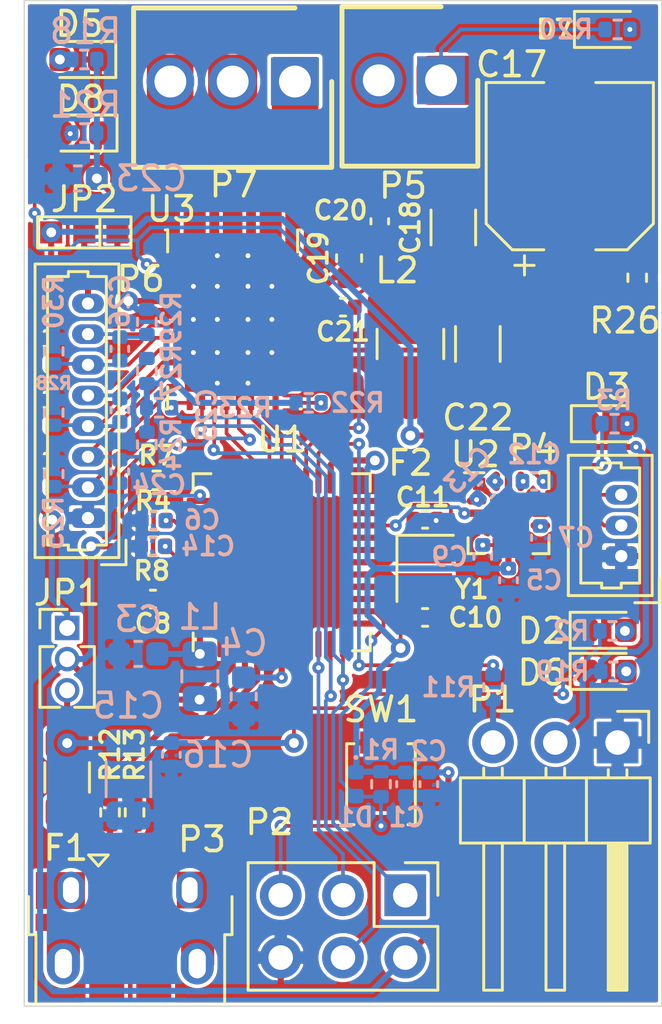
<source format=kicad_pcb>
(kicad_pcb (version 20171130) (host pcbnew "(5.1.9)-1")
  (layers (0 F.Cu signal) (31 B.Cu signal) (34 B.Paste user hide) (35 F.Paste user hide) (36 B.SilkS user hide) (37 F.SilkS user hide) (38 B.Mask user hide) (39 F.Mask user hide) (44 Edge.Cuts user hide))
  (net 0 "")
  (net 1 VCC)
  (net 2 GND)
  (net 3 "Net-(C3-Pad2)")
  (net 4 "Net-(C4-Pad2)")
  (net 5 /ARDUINO-MICRO/A5)
  (net 6 "Net-(C7-Pad1)")
  (net 7 "Net-(C8-Pad2)")
  (net 8 "Net-(C9-Pad2)")
  (net 9 "Net-(C10-Pad1)")
  (net 10 "Net-(C11-Pad1)")
  (net 11 "Net-(C12-Pad1)")
  (net 12 "Net-(C12-Pad2)")
  (net 13 "Net-(C13-Pad2)")
  (net 14 "Net-(C13-Pad1)")
  (net 15 /ARDUINO-MICRO/A3)
  (net 16 VBUS)
  (net 17 HT)
  (net 18 GNDPWR)
  (net 19 "Net-(C19-Pad1)")
  (net 20 "Net-(C21-Pad2)")
  (net 21 "Net-(C21-Pad1)")
  (net 22 /DRIVER/FB)
  (net 23 +3.3V)
  (net 24 /DRIVER/HCN)
  (net 25 /DRIVER/HCP)
  (net 26 /DRIVER/HBP)
  (net 27 /DRIVER/HBN)
  (net 28 /DRIVER/HAN)
  (net 29 /DRIVER/HAP)
  (net 30 /ARDUINO-MICRO/RESET)
  (net 31 "Net-(D2-Pad2)")
  (net 32 "Net-(D3-Pad2)")
  (net 33 /ARDUINO-MICRO/A4)
  (net 34 "Net-(D5-Pad2)")
  (net 35 "Net-(D6-Pad2)")
  (net 36 "Net-(D7-Pad2)")
  (net 37 /ARDUINO-MICRO/FAULT)
  (net 38 "Net-(D8-Pad2)")
  (net 39 "Net-(F1-Pad2)")
  (net 40 +5V)
  (net 41 "Net-(JP2-Pad2)")
  (net 42 /DRIVER/SW)
  (net 43 /ARDUINO-MICRO/PWM_IN)
  (net 44 /ARDUINO-MICRO/MISO)
  (net 45 /ARDUINO-MICRO/SCK)
  (net 46 /ARDUINO-MICRO/MOSI)
  (net 47 "Net-(P3-Pad2)")
  (net 48 "Net-(P3-Pad3)")
  (net 49 "Net-(P3-Pad4)")
  (net 50 /ARDUINO-MICRO/TX_232)
  (net 51 /ARDUINO-MICRO/RX_232)
  (net 52 /DRIVER/W)
  (net 53 /DRIVER/V)
  (net 54 /DRIVER/U)
  (net 55 /ARDUINO-MICRO/CS1)
  (net 56 /ARDUINO-MICRO/TX_LED)
  (net 57 /ARDUINO-MICRO/ILIM)
  (net 58 "Net-(R7-Pad2)")
  (net 59 /ARDUINO-MICRO/FGOUT)
  (net 60 /ARDUINO-MICRO/D4)
  (net 61 /ARDUINO-MICRO/D-)
  (net 62 /ARDUINO-MICRO/D+)
  (net 63 /ARDUINO-MICRO/CS2)
  (net 64 /ARDUINO-MICRO/DRVOFF)
  (net 65 /ARDUINO-MICRO/PWM)
  (net 66 /ARDUINO-MICRO/BRAKE)
  (net 67 /ARDUINO-MICRO/D7)
  (net 68 /ARDUINO-MICRO/D11)
  (net 69 /ARDUINO-MICRO/SCL)
  (net 70 /ARDUINO-MICRO/SDA)
  (net 71 /ARDUINO-MICRO/RXI)
  (net 72 /ARDUINO-MICRO/TXO)
  (net 73 /ARDUINO-MICRO/D13)
  (net 74 /ARDUINO-MICRO/A0)
  (net 75 /ARDUINO-MICRO/A1)
  (net 76 /ARDUINO-MICRO/A2)
  (net 77 "Net-(U3-Pad1)")
  (net 78 /DRIVER/SLEEP)
  (net 79 "Net-(U3-Pad24)")
  (module rob-int:3JUMPER_0603 (layer F.Cu) (at 134.45 85.45 180)
    (fp_text reference JP2 (at 0 1.35 180) (layer F.SilkS))
    (fp_text value HAL_SEL)
    (pad 3 smd rect (at 1.35 0 180) (size 0.9 0.9) (layers F.Cu F.Paste F.Mask) (net 40 +5V))
    (pad 1 smd rect (at -1.35 0 180) (size 0.9 0.9) (layers F.Cu F.Paste F.Mask) (net 23 +3.3V))
    (pad 2 smd rect (at 0 0 180) (size 0.9 0.9) (layers F.Cu F.Paste F.Mask) (net 41 "Net-(JP2-Pad2)"))
  )
  (module Connector_PinHeader_1.27mm:PinHeader_1x03_P1.27mm_Vertical (layer F.Cu) (at 133.75 102.85)
    (fp_text reference JP1 (at 0 -2.7 180) (layer F.SilkS))
    (fp_text value VCC_SEL)
    (pad 3 thru_hole oval (at 0 1.27) (size 1 1) (drill 0.65) (layers *.Cu *.Mask) (net 16 VBUS))
    (pad 2 thru_hole oval (at 0 0) (size 1 1) (drill 0.65) (layers *.Cu *.Mask) (net 1 VCC))
    (pad 1 thru_hole rect (at 0 -1.27) (size 1 1) (drill 0.65) (layers *.Cu *.Mask) (net 40 +5V))
  )
  (module Crystal:Crystal_SMD_2016-4Pin_2.0x1.6mm (layer F.Cu) (at 148.35 99.15 270)
    (fp_text reference Y1 (at 0.85 -1.9) (layer F.SilkS) (effects (font (size 0.75 0.75))))
    (fp_text value 16MHz)
    (pad 1 smd rect (at -0.775 0 270) (size 1.15 2.2) (layers F.Cu F.Paste F.Mask) (net 10 "Net-(C11-Pad1)"))
    (pad 2 smd rect (at 0.775 0 270) (size 1.15 2.2) (layers F.Cu F.Paste F.Mask) (net 9 "Net-(C10-Pad1)"))
  )
  (module Connector_PinHeader_2.54mm:PinHeader_2x03_P2.54mm_Vertical (layer F.Cu) (at 145 113.75 270)
    (fp_text reference P2 (at -4.25 3) (layer F.SilkS))
    (fp_text value ICSP)
    (pad 1 thru_hole rect (at -1.27 -2.54 270) (size 1.7 1.7) (drill 1) (layers *.Cu *.Mask) (net 44 /ARDUINO-MICRO/MISO))
    (pad 2 thru_hole oval (at 1.27 -2.54 270) (size 1.7 1.7) (drill 1) (layers *.Cu *.Mask) (net 1 VCC))
    (pad 3 thru_hole oval (at -1.27 0 270) (size 1.7 1.7) (drill 1) (layers *.Cu *.Mask) (net 45 /ARDUINO-MICRO/SCK))
    (pad 4 thru_hole oval (at 1.27 0 270) (size 1.7 1.7) (drill 1) (layers *.Cu *.Mask) (net 46 /ARDUINO-MICRO/MOSI))
    (pad 5 thru_hole oval (at -1.27 2.54 270) (size 1.7 1.7) (drill 1) (layers *.Cu *.Mask) (net 30 /ARDUINO-MICRO/RESET))
    (pad 6 thru_hole oval (at 1.27 2.54 270) (size 1.7 1.7) (drill 1) (layers *.Cu *.Mask) (net 2 GND))
  )
  (module Fuse:Fuse_1206_3216Metric (layer F.Cu) (at 133.75 107.675 270)
    (fp_text reference F1 (at 2.875 0.05 180) (layer F.SilkS))
    (fp_text value "0.5A ")
    (pad 2 smd roundrect (at 1.4 0 270) (size 1.25 1.75) (layers F.Cu F.Paste F.Mask) (roundrect_rratio 0.2) (net 39 "Net-(F1-Pad2)"))
    (pad 1 smd roundrect (at -1.4 0 270) (size 1.25 1.75) (layers F.Cu F.Paste F.Mask) (roundrect_rratio 0.2) (net 16 VBUS))
  )
  (module Driverino:39773-0003 (layer F.Cu) (at 140.5 79.3 180)
    (fp_text reference P7 (at -0.04 -4.2) (layer F.SilkS))
    (fp_text value MOT)
    (pad 1 thru_hole rect (at -2.54 0 180) (size 1.95 1.95) (drill 1.3) (layers *.Cu *.Mask) (net 54 /DRIVER/U))
    (pad 2 thru_hole circle (at 0 0 180) (size 1.95 1.95) (drill 1.3) (layers *.Cu *.Mask) (net 53 /DRIVER/V))
    (pad 3 thru_hole circle (at 2.54 0 180) (size 1.95 1.95) (drill 1.3) (layers *.Cu *.Mask) (net 52 /DRIVER/W))
  )
  (module Driverino:QFN-40_EP_5x7_Pitch0.5mm (layer F.Cu) (at 140.5 89 180)
    (fp_text reference U3 (at 2.5 4.5 180) (layer F.SilkS))
    (fp_text value MCT8316ZR)
    (pad 1 smd roundrect (at -2.4 -2.75 270) (size 0.25 0.6) (layers F.Cu F.Paste F.Mask) (roundrect_rratio 0.2) (net 77 "Net-(U3-Pad1)"))
    (pad 2 smd roundrect (at -2.4 -2.25 270) (size 0.25 0.6) (layers F.Cu F.Paste F.Mask) (roundrect_rratio 0.2) (net 2 GND))
    (pad 3 smd roundrect (at -2.4 -1.75 270) (size 0.25 0.6) (layers F.Cu F.Paste F.Mask) (roundrect_rratio 0.2) (net 22 /DRIVER/FB))
    (pad 4 smd roundrect (at -2.4 -1.25 270) (size 0.25 0.6) (layers F.Cu F.Paste F.Mask) (roundrect_rratio 0.2) (net 2 GND))
    (pad 5 smd roundrect (at -2.4 -0.75 270) (size 0.25 0.6) (layers F.Cu F.Paste F.Mask) (roundrect_rratio 0.2) (net 42 /DRIVER/SW))
    (pad 6 smd roundrect (at -2.4 -0.25 270) (size 0.25 0.6) (layers F.Cu F.Paste F.Mask) (roundrect_rratio 0.2) (net 20 "Net-(C21-Pad2)"))
    (pad 7 smd roundrect (at -2.4 0.25 270) (size 0.25 0.6) (layers F.Cu F.Paste F.Mask) (roundrect_rratio 0.2) (net 21 "Net-(C21-Pad1)"))
    (pad 8 smd roundrect (at -2.4 0.75 270) (size 0.25 0.6) (layers F.Cu F.Paste F.Mask) (roundrect_rratio 0.2) (net 19 "Net-(C19-Pad1)"))
    (pad 9 smd roundrect (at -2.4 1.25 270) (size 0.25 0.6) (layers F.Cu F.Paste F.Mask) (roundrect_rratio 0.2) (net 17 HT))
    (pad 10 smd roundrect (at -2.4 1.75 270) (size 0.25 0.6) (layers F.Cu F.Paste F.Mask) (roundrect_rratio 0.2) (net 17 HT))
    (pad 11 smd roundrect (at -2.4 2.25 270) (size 0.25 0.6) (layers F.Cu F.Paste F.Mask) (roundrect_rratio 0.2) (net 17 HT))
    (pad 12 smd roundrect (at -2.4 2.75 270) (size 0.25 0.6) (layers F.Cu F.Paste F.Mask) (roundrect_rratio 0.2) (net 18 GNDPWR))
    (pad 13 smd roundrect (at -1.75 3.4) (size 0.25 0.6) (layers F.Cu F.Paste F.Mask) (roundrect_rratio 0.2) (net 54 /DRIVER/U))
    (pad 14 smd roundrect (at -1.25 3.4) (size 0.25 0.6) (layers F.Cu F.Paste F.Mask) (roundrect_rratio 0.2) (net 54 /DRIVER/U))
    (pad 15 smd roundrect (at -0.75 3.4) (size 0.25 0.6) (layers F.Cu F.Paste F.Mask) (roundrect_rratio 0.2) (net 18 GNDPWR))
    (pad 16 smd roundrect (at -0.25 3.4) (size 0.25 0.6) (layers F.Cu F.Paste F.Mask) (roundrect_rratio 0.2) (net 53 /DRIVER/V))
    (pad 17 smd roundrect (at 0.25 3.4) (size 0.25 0.6) (layers F.Cu F.Paste F.Mask) (roundrect_rratio 0.2) (net 53 /DRIVER/V))
    (pad 18 smd roundrect (at 0.75 3.4) (size 0.25 0.6) (layers F.Cu F.Paste F.Mask) (roundrect_rratio 0.2) (net 18 GNDPWR))
    (pad 19 smd roundrect (at 1.25 3.4) (size 0.25 0.6) (layers F.Cu F.Paste F.Mask) (roundrect_rratio 0.2) (net 52 /DRIVER/W))
    (pad 20 smd roundrect (at 1.75 3.4) (size 0.25 0.6) (layers F.Cu F.Paste F.Mask) (roundrect_rratio 0.2) (net 52 /DRIVER/W))
    (pad 21 smd roundrect (at 2.4 2.75 270) (size 0.25 0.6) (layers F.Cu F.Paste F.Mask) (roundrect_rratio 0.2) (net 64 /ARDUINO-MICRO/DRVOFF))
    (pad 22 smd roundrect (at 2.4 2.25 270) (size 0.25 0.6) (layers F.Cu F.Paste F.Mask) (roundrect_rratio 0.2) (net 37 /ARDUINO-MICRO/FAULT))
    (pad 23 smd roundrect (at 2.4 1.75 270) (size 0.25 0.6) (layers F.Cu F.Paste F.Mask) (roundrect_rratio 0.2) (net 78 /DRIVER/SLEEP))
    (pad 24 smd roundrect (at 2.4 1.25 270) (size 0.25 0.6) (layers F.Cu F.Paste F.Mask) (roundrect_rratio 0.2) (net 79 "Net-(U3-Pad24)"))
    (pad 25 smd roundrect (at 2.4 0.75 270) (size 0.25 0.6) (layers F.Cu F.Paste F.Mask) (roundrect_rratio 0.2) (net 23 +3.3V))
    (pad 26 smd roundrect (at 2.4 0.25 270) (size 0.25 0.6) (layers F.Cu F.Paste F.Mask) (roundrect_rratio 0.2) (net 2 GND))
    (pad 27 smd roundrect (at 2.4 -0.25 270) (size 0.25 0.6) (layers F.Cu F.Paste F.Mask) (roundrect_rratio 0.2) (net 29 /DRIVER/HAP))
    (pad 28 smd roundrect (at 2.4 -0.75 270) (size 0.25 0.6) (layers F.Cu F.Paste F.Mask) (roundrect_rratio 0.2) (net 28 /DRIVER/HAN))
    (pad 29 smd roundrect (at 2.4 -1.25 270) (size 0.25 0.6) (layers F.Cu F.Paste F.Mask) (roundrect_rratio 0.2) (net 26 /DRIVER/HBP))
    (pad 30 smd roundrect (at 2.4 -1.75 270) (size 0.25 0.6) (layers F.Cu F.Paste F.Mask) (roundrect_rratio 0.2) (net 27 /DRIVER/HBN))
    (pad 31 smd roundrect (at 2.4 -2.25 270) (size 0.25 0.6) (layers F.Cu F.Paste F.Mask) (roundrect_rratio 0.2) (net 25 /DRIVER/HCP))
    (pad 32 smd roundrect (at 2.4 -2.75 270) (size 0.25 0.6) (layers F.Cu F.Paste F.Mask) (roundrect_rratio 0.2) (net 24 /DRIVER/HCN))
    (pad 33 smd roundrect (at 1.75 -3.4) (size 0.25 0.6) (layers F.Cu F.Paste F.Mask) (roundrect_rratio 0.2) (net 44 /ARDUINO-MICRO/MISO))
    (pad 34 smd roundrect (at 1.25 -3.4) (size 0.25 0.6) (layers F.Cu F.Paste F.Mask) (roundrect_rratio 0.2) (net 46 /ARDUINO-MICRO/MOSI))
    (pad 35 smd roundrect (at 0.75 -3.4) (size 0.25 0.6) (layers F.Cu F.Paste F.Mask) (roundrect_rratio 0.2) (net 45 /ARDUINO-MICRO/SCK))
    (pad 36 smd roundrect (at 0.25 -3.4) (size 0.25 0.6) (layers F.Cu F.Paste F.Mask) (roundrect_rratio 0.2) (net 63 /ARDUINO-MICRO/CS2))
    (pad 37 smd roundrect (at -0.25 -3.4) (size 0.25 0.6) (layers F.Cu F.Paste F.Mask) (roundrect_rratio 0.2) (net 57 /ARDUINO-MICRO/ILIM))
    (pad 38 smd roundrect (at -0.75 -3.4) (size 0.25 0.6) (layers F.Cu F.Paste F.Mask) (roundrect_rratio 0.2) (net 66 /ARDUINO-MICRO/BRAKE))
    (pad 39 smd roundrect (at -1.25 -3.4) (size 0.25 0.6) (layers F.Cu F.Paste F.Mask) (roundrect_rratio 0.2) (net 65 /ARDUINO-MICRO/PWM))
    (pad 40 smd roundrect (at -1.75 -3.4) (size 0.25 0.6) (layers F.Cu F.Paste F.Mask) (roundrect_rratio 0.2) (net 59 /ARDUINO-MICRO/FGOUT))
    (pad 41 smd rect (at 0 0 180) (size 3.7 5.7) (layers F.Cu F.Mask) (net 2 GND))
    (pad 41 thru_hole circle (at 0.625 0 180) (size 0.4 0.4) (drill 0.2) (layers *.Cu *.Mask) (net 2 GND))
    (pad 41 thru_hole circle (at -0.625 0 180) (size 0.4 0.4) (drill 0.2) (layers *.Cu *.Mask) (net 2 GND))
    (pad 41 thru_hole circle (at -1.6 0 180) (size 0.4 0.4) (drill 0.2) (layers *.Cu *.Mask) (net 2 GND))
    (pad 41 thru_hole circle (at 1.6 0 180) (size 0.4 0.4) (drill 0.2) (layers *.Cu *.Mask) (net 2 GND))
    (pad 41 thru_hole circle (at 0.625 -1.35 180) (size 0.4 0.4) (drill 0.2) (layers *.Cu *.Mask) (net 2 GND))
    (pad 41 thru_hole circle (at -0.625 -1.35 180) (size 0.4 0.4) (drill 0.2) (layers *.Cu *.Mask) (net 2 GND))
    (pad 41 thru_hole circle (at -1.6 -1.35 180) (size 0.4 0.4) (drill 0.2) (layers *.Cu *.Mask) (net 2 GND))
    (pad 41 thru_hole circle (at 1.6 -1.35 180) (size 0.4 0.4) (drill 0.2) (layers *.Cu *.Mask) (net 2 GND))
    (pad 41 thru_hole circle (at 0.625 -2.6 180) (size 0.4 0.4) (drill 0.2) (layers *.Cu *.Mask) (net 2 GND))
    (pad 41 thru_hole circle (at -0.625 -2.6 180) (size 0.4 0.4) (drill 0.2) (layers *.Cu *.Mask) (net 2 GND))
    (pad 41 thru_hole circle (at 0.625 1.35 180) (size 0.4 0.4) (drill 0.2) (layers *.Cu *.Mask) (net 2 GND))
    (pad 41 thru_hole circle (at -0.625 1.35 180) (size 0.4 0.4) (drill 0.2) (layers *.Cu *.Mask) (net 2 GND))
    (pad 41 thru_hole circle (at -1.6 1.35 180) (size 0.4 0.4) (drill 0.2) (layers *.Cu *.Mask) (net 2 GND))
    (pad 41 thru_hole circle (at 1.6 1.35 180) (size 0.4 0.4) (drill 0.2) (layers *.Cu *.Mask) (net 2 GND))
    (pad 41 thru_hole circle (at 0.625 2.6 180) (size 0.4 0.4) (drill 0.2) (layers *.Cu *.Mask) (net 2 GND))
    (pad 41 thru_hole circle (at -0.625 2.6 180) (size 0.4 0.4) (drill 0.2) (layers *.Cu *.Mask) (net 2 GND))
  )
  (module Capacitor_SMD:C_0402_1005Metric (layer B.Cu) (at 147.55 107.95 90)
    (fp_text reference C1 (at -1.35 0.05) (layer B.SilkS) (effects (font (size 0.75 0.75)) (justify mirror)))
    (fp_text value 100nF)
    (pad 2 smd roundrect (at 0.48 0 90) (size 0.56 0.62) (layers B.Cu B.Paste B.Mask) (net 1 VCC))
    (pad 1 smd roundrect (at -0.48 0 90) (size 0.56 0.62) (layers B.Cu B.Paste B.Mask) (net 2 GND))
  )
  (module Capacitor_SMD:C_0402_1005Metric (layer B.Cu) (at 148.5 107.95 90)
    (fp_text reference C2 (at 1.35 0) (layer B.SilkS) (effects (font (size 0.75 0.75)) (justify mirror)))
    (fp_text value 100nF)
    (pad 2 smd roundrect (at 0.48 0 90) (size 0.56 0.62) (layers B.Cu B.Paste B.Mask) (net 1 VCC))
    (pad 1 smd roundrect (at -0.48 0 90) (size 0.56 0.62) (layers B.Cu B.Paste B.Mask) (net 2 GND))
  )
  (module Capacitor_SMD:C_0603_1608Metric (layer B.Cu) (at 136.65 102.6375)
    (fp_text reference C3 (at 0.01 -1.4175) (layer B.SilkS) (effects (justify mirror)))
    (fp_text value 1uF)
    (pad 2 smd roundrect (at 0.775 0) (size 0.9 0.95) (layers B.Cu B.Paste B.Mask) (net 3 "Net-(C3-Pad2)"))
    (pad 1 smd roundrect (at -0.775 0) (size 0.9 0.95) (layers B.Cu B.Paste B.Mask) (net 2 GND))
  )
  (module Capacitor_SMD:C_0603_1608Metric (layer B.Cu) (at 140.95 104.375 90)
    (fp_text reference C4 (at 2.175 0) (layer B.SilkS) (effects (justify mirror)))
    (fp_text value 1uF)
    (pad 1 smd roundrect (at -0.775 0 90) (size 0.9 0.95) (layers B.Cu B.Paste B.Mask) (net 2 GND))
    (pad 2 smd roundrect (at 0.775 0 90) (size 0.9 0.95) (layers B.Cu B.Paste B.Mask) (net 4 "Net-(C4-Pad2)"))
  )
  (module Capacitor_SMD:C_0402_1005Metric (layer B.Cu) (at 151.75 99.635 270)
    (fp_text reference C5 (at 0 -1.45) (layer B.SilkS) (effects (font (size 0.75 0.75)) (justify mirror)))
    (fp_text value 100nF)
    (pad 1 smd roundrect (at -0.48 0 270) (size 0.56 0.62) (layers B.Cu B.Paste B.Mask) (net 1 VCC))
    (pad 2 smd roundrect (at 0.48 0 270) (size 0.56 0.62) (layers B.Cu B.Paste B.Mask) (net 2 GND))
  )
  (module Capacitor_SMD:C_0402_1005Metric (layer B.Cu) (at 137.275 97.2)
    (fp_text reference C6 (at 1.975 -0.025) (layer B.SilkS) (effects (font (size 0.75 0.75)) (justify mirror)))
    (fp_text value 100nF)
    (pad 1 smd roundrect (at -0.48 0) (size 0.56 0.62) (layers B.Cu B.Paste B.Mask) (net 2 GND))
    (pad 2 smd roundrect (at 0.48 0) (size 0.56 0.62) (layers B.Cu B.Paste B.Mask) (net 74 /ARDUINO-MICRO/A0))
  )
  (module Capacitor_SMD:C_0402_1005Metric (layer B.Cu) (at 153.05 97.9 270)
    (fp_text reference C7 (at 0 -1.45 180) (layer B.SilkS) (effects (font (size 0.75 0.75)) (justify mirror)))
    (fp_text value 100nF)
    (pad 1 smd roundrect (at -0.48 0 270) (size 0.56 0.62) (layers B.Cu B.Paste B.Mask) (net 6 "Net-(C7-Pad1)"))
    (pad 2 smd roundrect (at 0.48 0 270) (size 0.56 0.62) (layers B.Cu B.Paste B.Mask) (net 2 GND))
  )
  (module Capacitor_SMD:C_0402_1005Metric (layer F.Cu) (at 137.25 100.4)
    (fp_text reference C8 (at 0 1) (layer F.SilkS) (effects (font (size 0.75 0.75))))
    (fp_text value 100nF)
    (pad 1 smd roundrect (at -0.48 0) (size 0.56 0.62) (layers F.Cu F.Paste F.Mask) (net 2 GND))
    (pad 2 smd roundrect (at 0.48 0) (size 0.56 0.62) (layers F.Cu F.Paste F.Mask) (net 7 "Net-(C8-Pad2)"))
  )
  (module Capacitor_SMD:C_0402_1005Metric (layer B.Cu) (at 150.7 98.675 90)
    (fp_text reference C9 (at 0 -1.35) (layer B.SilkS) (effects (font (size 0.75 0.75)) (justify mirror)))
    (fp_text value 100nF)
    (pad 1 smd roundrect (at -0.48 0 90) (size 0.56 0.62) (layers B.Cu B.Paste B.Mask) (net 1 VCC))
    (pad 2 smd roundrect (at 0.48 0 90) (size 0.56 0.62) (layers B.Cu B.Paste B.Mask) (net 8 "Net-(C9-Pad2)"))
  )
  (module Capacitor_SMD:C_0402_1005Metric (layer F.Cu) (at 148.35 101.15)
    (fp_text reference C10 (at 2.05 0) (layer F.SilkS) (effects (font (size 0.75 0.75))))
    (fp_text value 18pF)
    (pad 1 smd roundrect (at -0.48 0) (size 0.56 0.62) (layers F.Cu F.Paste F.Mask) (net 9 "Net-(C10-Pad1)"))
    (pad 2 smd roundrect (at 0.48 0) (size 0.56 0.62) (layers F.Cu F.Paste F.Mask) (net 2 GND))
  )
  (module Capacitor_SMD:C_0402_1005Metric (layer F.Cu) (at 148.35 97.15)
    (fp_text reference C11 (at -0.1 -0.9) (layer F.SilkS) (effects (font (size 0.75 0.75))))
    (fp_text value 18pF)
    (pad 2 smd roundrect (at 0.48 0) (size 0.56 0.62) (layers F.Cu F.Paste F.Mask) (net 2 GND))
    (pad 1 smd roundrect (at -0.48 0) (size 0.56 0.62) (layers F.Cu F.Paste F.Mask) (net 10 "Net-(C11-Pad1)"))
  )
  (module Capacitor_SMD:C_0402_1005Metric (layer B.Cu) (at 152.8 95.6)
    (fp_text reference C12 (at 0 -1.1) (layer B.SilkS) (effects (font (size 0.75 0.75)) (justify mirror)))
    (fp_text value 100nF)
    (pad 1 smd roundrect (at -0.48 0) (size 0.56 0.62) (layers B.Cu B.Paste B.Mask) (net 11 "Net-(C12-Pad1)"))
    (pad 2 smd roundrect (at 0.48 0) (size 0.56 0.62) (layers B.Cu B.Paste B.Mask) (net 12 "Net-(C12-Pad2)"))
  )
  (module Capacitor_SMD:C_0402_1005Metric (layer B.Cu) (at 150.85 95.95 45)
    (fp_text reference C13 (at 0.035355 -1.096016 45) (layer B.SilkS) (effects (font (size 0.75 0.75)) (justify mirror)))
    (fp_text value 100nF)
    (pad 2 smd roundrect (at 0.48 0 45) (size 0.56 0.62) (layers B.Cu B.Paste B.Mask) (net 13 "Net-(C13-Pad2)"))
    (pad 1 smd roundrect (at -0.48 0 45) (size 0.56 0.62) (layers B.Cu B.Paste B.Mask) (net 14 "Net-(C13-Pad1)"))
  )
  (module Capacitor_SMD:C_0402_1005Metric (layer B.Cu) (at 137.25 98.25)
    (fp_text reference C14 (at 2.25 0) (layer B.SilkS) (effects (font (size 0.75 0.75)) (justify mirror)))
    (fp_text value 100nF)
    (pad 2 smd roundrect (at 0.48 0) (size 0.56 0.62) (layers B.Cu B.Paste B.Mask) (net 15 /ARDUINO-MICRO/A3))
    (pad 1 smd roundrect (at -0.48 0) (size 0.56 0.62) (layers B.Cu B.Paste B.Mask) (net 2 GND))
  )
  (module Capacitor_SMD:C_1206_3216Metric (layer B.Cu) (at 136.25 107.75 90)
    (fp_text reference C15 (at 3 0 180) (layer B.SilkS) (effects (justify mirror)))
    (fp_text value 10uF)
    (pad 1 smd roundrect (at -1.475 0 90) (size 1.15 1.8) (layers B.Cu B.Paste B.Mask) (roundrect_rratio 0.2173904347826087) (net 2 GND))
    (pad 2 smd roundrect (at 1.475 0 90) (size 1.15 1.8) (layers B.Cu B.Paste B.Mask) (roundrect_rratio 0.2173904347826087) (net 16 VBUS))
  )
  (module Capacitor_SMD:C_0402_1005Metric (layer B.Cu) (at 138 106.75 90)
    (fp_text reference C16 (at 0 1.9) (layer B.SilkS) (effects (justify mirror)))
    (fp_text value 100nF)
    (pad 2 smd roundrect (at 0.48 0 90) (size 0.56 0.62) (layers B.Cu B.Paste B.Mask) (net 16 VBUS))
    (pad 1 smd roundrect (at -0.48 0 90) (size 0.56 0.62) (layers B.Cu B.Paste B.Mask) (net 2 GND))
  )
  (module Capacitor_SMD:CP_Elec_6.3x7.7 (layer F.Cu) (at 154.25 82.75 90)
    (fp_text reference C17 (at 4.15 -2.375) (layer F.SilkS))
    (fp_text value 150uF)
    (pad 1 smd roundrect (at -2.7 0 90) (size 3.5 1.6) (layers F.Cu F.Paste F.Mask) (roundrect_rratio 0.15625) (net 17 HT))
    (pad 2 smd roundrect (at 2.7 0 90) (size 3.5 1.6) (layers F.Cu F.Paste F.Mask) (roundrect_rratio 0.15625) (net 18 GNDPWR))
  )
  (module Capacitor_SMD:C_1206_3216Metric (layer F.Cu) (at 149.5 85.25 90)
    (fp_text reference C18 (at 0 -1.75 270) (layer F.SilkS) (effects (font (size 0.75 0.75))))
    (fp_text value 10uF)
    (pad 2 smd roundrect (at 1.475 0 90) (size 1.15 1.8) (layers F.Cu F.Paste F.Mask) (roundrect_rratio 0.2173904347826087) (net 18 GNDPWR))
    (pad 1 smd roundrect (at -1.475 0 90) (size 1.15 1.8) (layers F.Cu F.Paste F.Mask) (roundrect_rratio 0.2173904347826087) (net 17 HT))
  )
  (module Capacitor_SMD:C_0603_1608Metric (layer F.Cu) (at 145.25 86.5 90)
    (fp_text reference C19 (at 0 -1.25 90) (layer F.SilkS) (effects (font (size 0.75 0.75))))
    (fp_text value 1uF)
    (pad 1 smd roundrect (at -0.775 0 90) (size 0.9 0.95) (layers F.Cu F.Paste F.Mask) (net 19 "Net-(C19-Pad1)"))
    (pad 2 smd roundrect (at 0.775 0 90) (size 0.9 0.95) (layers F.Cu F.Paste F.Mask) (net 17 HT))
  )
  (module Capacitor_SMD:C_0402_1005Metric (layer F.Cu) (at 146.5 85 90)
    (fp_text reference C20 (at 0.45 -1.6) (layer F.SilkS) (effects (font (size 0.75 0.75))))
    (fp_text value 100nF)
    (pad 1 smd roundrect (at -0.48 0 90) (size 0.56 0.62) (layers F.Cu F.Paste F.Mask) (net 17 HT))
    (pad 2 smd roundrect (at 0.48 0 90) (size 0.56 0.62) (layers F.Cu F.Paste F.Mask) (net 18 GNDPWR))
  )
  (module Capacitor_SMD:C_0402_1005Metric (layer F.Cu) (at 145 88.5)
    (fp_text reference C21 (at 0 1 180) (layer F.SilkS) (effects (font (size 0.75 0.75))))
    (fp_text value 10nF)
    (pad 2 smd roundrect (at 0.48 0) (size 0.56 0.62) (layers F.Cu F.Paste F.Mask) (net 20 "Net-(C21-Pad2)"))
    (pad 1 smd roundrect (at -0.48 0) (size 0.56 0.62) (layers F.Cu F.Paste F.Mask) (net 21 "Net-(C21-Pad1)"))
  )
  (module Capacitor_SMD:C_1206_3216Metric (layer F.Cu) (at 150.5 90 270)
    (fp_text reference C22 (at 3 0) (layer F.SilkS))
    (fp_text value 22uF)
    (pad 1 smd roundrect (at -1.475 0 270) (size 1.15 1.8) (layers F.Cu F.Paste F.Mask) (roundrect_rratio 0.2173904347826087) (net 2 GND))
    (pad 2 smd roundrect (at 1.475 0 270) (size 1.15 1.8) (layers F.Cu F.Paste F.Mask) (roundrect_rratio 0.2173904347826087) (net 22 /DRIVER/FB))
  )
  (module Capacitor_SMD:C_0603_1608Metric (layer B.Cu) (at 134.185 83.25)
    (fp_text reference C23 (at 3 0) (layer B.SilkS) (effects (justify mirror)))
    (fp_text value 1uF)
    (pad 2 smd roundrect (at 0.775 0) (size 0.9 0.95) (layers B.Cu B.Paste B.Mask) (net 23 +3.3V))
    (pad 1 smd roundrect (at -0.775 0) (size 0.9 0.95) (layers B.Cu B.Paste B.Mask) (net 2 GND))
  )
  (module Capacitor_SMD:C_0402_1005Metric (layer B.Cu) (at 135.9 95.2 270)
    (fp_text reference C24 (at 0.55 -1.6) (layer B.SilkS) (effects (font (size 0.75 0.75)) (justify mirror)))
    (fp_text value 100nF)
    (pad 2 smd roundrect (at 0.48 0 270) (size 0.56 0.62) (layers B.Cu B.Paste B.Mask) (net 24 /DRIVER/HCN))
    (pad 1 smd roundrect (at -0.48 0 270) (size 0.56 0.62) (layers B.Cu B.Paste B.Mask) (net 25 /DRIVER/HCP))
  )
  (module Capacitor_SMD:C_0402_1005Metric (layer B.Cu) (at 135.9 92.7 270)
    (fp_text reference C25 (at 0.2 -3.55 270) (layer B.SilkS) (effects (font (size 0.75 0.75)) (justify mirror)))
    (fp_text value 100nF)
    (pad 1 smd roundrect (at -0.48 0 270) (size 0.56 0.62) (layers B.Cu B.Paste B.Mask) (net 26 /DRIVER/HBP))
    (pad 2 smd roundrect (at 0.48 0 270) (size 0.56 0.62) (layers B.Cu B.Paste B.Mask) (net 27 /DRIVER/HBN))
  )
  (module Capacitor_SMD:C_0402_1005Metric (layer B.Cu) (at 135.9 90.2 270)
    (fp_text reference C26 (at -1.95 0 90) (layer B.SilkS) (effects (font (size 0.75 0.75)) (justify mirror)))
    (fp_text value 100nF)
    (pad 2 smd roundrect (at 0.48 0 270) (size 0.56 0.62) (layers B.Cu B.Paste B.Mask) (net 28 /DRIVER/HAN))
    (pad 1 smd roundrect (at -0.48 0 270) (size 0.56 0.62) (layers B.Cu B.Paste B.Mask) (net 29 /DRIVER/HAP))
  )
  (module Diode_SMD:D_0402_1005Metric (layer B.Cu) (at 145.525 107.95 270)
    (fp_text reference D1 (at 1.35 0.025 180) (layer B.SilkS) (effects (font (size 0.75 0.75)) (justify mirror)))
    (fp_text value DIODE)
    (pad 1 smd roundrect (at -0.485 0 270) (size 0.59 0.64) (layers B.Cu B.Paste B.Mask) (net 1 VCC))
    (pad 2 smd roundrect (at 0.485 0 270) (size 0.59 0.64) (layers B.Cu B.Paste B.Mask) (net 30 /ARDUINO-MICRO/RESET))
  )
  (module LED_SMD:LED_0603_1608Metric (layer F.Cu) (at 155.75 101.675)
    (fp_text reference D2 (at -2.65 0.025) (layer F.SilkS))
    (fp_text value YELLOW)
    (pad 2 smd roundrect (at 0.7875 0) (size 0.875 0.95) (layers F.Cu F.Paste F.Mask) (net 31 "Net-(D2-Pad2)"))
    (pad 1 smd roundrect (at -0.7875 0) (size 0.875 0.95) (layers F.Cu F.Paste F.Mask) (net 2 GND))
  )
  (module LED_SMD:LED_0603_1608Metric (layer F.Cu) (at 155.8 93.25)
    (fp_text reference D3 (at -0.05 -1.5) (layer F.SilkS))
    (fp_text value GREEN)
    (pad 2 smd roundrect (at 0.7875 0) (size 0.875 0.95) (layers F.Cu F.Paste F.Mask) (net 32 "Net-(D3-Pad2)"))
    (pad 1 smd roundrect (at -0.7875 0) (size 0.875 0.95) (layers F.Cu F.Paste F.Mask) (net 2 GND))
  )
  (module LED_SMD:LED_0603_1608Metric (layer F.Cu) (at 134.25 78.4 180)
    (fp_text reference D5 (at 0 1.45) (layer F.SilkS))
    (fp_text value ORANGE)
    (pad 1 smd roundrect (at -0.7875 0 180) (size 0.875 0.95) (layers F.Cu F.Paste F.Mask) (net 2 GND))
    (pad 2 smd roundrect (at 0.7875 0 180) (size 0.875 0.95) (layers F.Cu F.Paste F.Mask) (net 34 "Net-(D5-Pad2)"))
  )
  (module LED_SMD:LED_0603_1608Metric (layer F.Cu) (at 155.75 103.35)
    (fp_text reference D6 (at -2.65 0.05) (layer F.SilkS))
    (fp_text value BLUE)
    (pad 1 smd roundrect (at -0.7875 0) (size 0.875 0.95) (layers F.Cu F.Paste F.Mask) (net 2 GND))
    (pad 2 smd roundrect (at 0.7875 0) (size 0.875 0.95) (layers F.Cu F.Paste F.Mask) (net 35 "Net-(D6-Pad2)"))
  )
  (module LED_SMD:LED_0603_1608Metric (layer F.Cu) (at 155.925 77.175)
    (fp_text reference D7 (at -2.3 0 180) (layer F.SilkS) (effects (font (size 0.75 0.75))))
    (fp_text value GREEN)
    (pad 2 smd roundrect (at 0.7875 0) (size 0.875 0.95) (layers F.Cu F.Paste F.Mask) (net 36 "Net-(D7-Pad2)"))
    (pad 1 smd roundrect (at -0.7875 0) (size 0.875 0.95) (layers F.Cu F.Paste F.Mask) (net 18 GNDPWR))
  )
  (module LED_SMD:LED_0603_1608Metric (layer F.Cu) (at 134.3 81.4 180)
    (fp_text reference D8 (at 0 1.4 180) (layer F.SilkS))
    (fp_text value RED)
    (pad 1 smd roundrect (at -0.7875 0 180) (size 0.875 0.95) (layers F.Cu F.Paste F.Mask) (net 37 /ARDUINO-MICRO/FAULT))
    (pad 2 smd roundrect (at 0.7875 0 180) (size 0.875 0.95) (layers F.Cu F.Paste F.Mask) (net 38 "Net-(D8-Pad2)"))
  )
  (module Fuse:Fuse_0402_1005Metric (layer F.Cu) (at 147.75 93.25 90)
    (fp_text reference F2 (at -1.6 0 180) (layer F.SilkS))
    (fp_text value 200mA)
    (pad 1 smd roundrect (at -0.485 0 90) (size 0.59 0.64) (layers F.Cu F.Paste F.Mask) (net 40 +5V))
    (pad 2 smd roundrect (at 0.485 0 90) (size 0.59 0.64) (layers F.Cu F.Paste F.Mask) (net 22 /DRIVER/FB))
  )
  (module Resistor_SMD:R_0805_2012Metric (layer B.Cu) (at 139.1625 103.55 90)
    (fp_text reference L1 (at 2.42 -0.0025 180) (layer B.SilkS) (effects (justify mirror)))
    (fp_text value MH2029-300Y)
    (pad 1 smd roundrect (at -0.9125 0 90) (size 1.025 1.4) (layers B.Cu B.Paste B.Mask) (roundrect_rratio 0.2439014634146341) (net 1 VCC))
    (pad 2 smd roundrect (at 0.9125 0 90) (size 1.025 1.4) (layers B.Cu B.Paste B.Mask) (roundrect_rratio 0.2439014634146341) (net 3 "Net-(C3-Pad2)"))
  )
  (module Inductor_SMD:L_1210_3225Metric (layer F.Cu) (at 147.75 90 270)
    (fp_text reference L2 (at -3 0.55 180) (layer F.SilkS))
    (fp_text value 47uH)
    (pad 1 smd roundrect (at -1.4 0 270) (size 1.25 2.65) (layers F.Cu F.Paste F.Mask) (roundrect_rratio 0.2) (net 42 /DRIVER/SW))
    (pad 2 smd roundrect (at 1.4 0 270) (size 1.25 2.65) (layers F.Cu F.Paste F.Mask) (roundrect_rratio 0.2) (net 22 /DRIVER/FB))
  )
  (module Connector_PinHeader_2.54mm:PinHeader_1x03_P2.54mm_Horizontal (layer F.Cu) (at 156.2 106.25 270)
    (fp_text reference P1 (at -1.75 5.1 180) (layer F.SilkS))
    (fp_text value RC_IN)
    (pad 1 thru_hole rect (at 0 0 270) (size 1.7 1.7) (drill 1) (layers *.Cu *.Mask) (net 2 GND))
    (pad 2 thru_hole oval (at 0 2.54 270) (size 1.7 1.7) (drill 1) (layers *.Cu *.Mask) (net 40 +5V))
    (pad 3 thru_hole oval (at 0 5.08 270) (size 1.7 1.7) (drill 1) (layers *.Cu *.Mask) (net 43 /ARDUINO-MICRO/PWM_IN))
  )
  (module Connector_USB:USB_Micro-B_Amphenol_10103594-0001LF_Horizontal (layer F.Cu) (at 136.35 114.15)
    (fp_text reference P3 (at 2.9 -3.95) (layer F.SilkS))
    (fp_text value USB-MICRO)
    (pad 6 smd rect (at 2.725 0.185) (size 1.35 2) (layers F.Cu F.Paste F.Mask))
    (pad 6 smd rect (at -2.755 0.185) (size 1.35 2) (layers F.Cu F.Paste F.Mask))
    (pad 6 smd rect (at -2.975 -0.565) (size 1.825 0.7) (layers F.Cu F.Paste F.Mask))
    (pad 6 smd rect (at 2.975 -0.565) (size 1.825 0.7) (layers F.Cu F.Paste F.Mask))
    (pad 6 smd rect (at -2.875 -1.865) (size 2 1.5) (layers F.Cu F.Paste F.Mask))
    (pad 6 smd rect (at 2.875 -1.885) (size 2 1.5) (layers F.Cu F.Paste F.Mask))
    (pad 1 smd rect (at -1.325 -1.765 90) (size 1.65 0.4) (layers F.Cu F.Paste F.Mask) (net 39 "Net-(F1-Pad2)"))
    (pad 2 smd rect (at -0.675 -1.765 90) (size 1.65 0.4) (layers F.Cu F.Paste F.Mask) (net 47 "Net-(P3-Pad2)"))
    (pad 3 smd rect (at -0.025 -1.765 90) (size 1.65 0.4) (layers F.Cu F.Paste F.Mask) (net 48 "Net-(P3-Pad3)"))
    (pad 4 smd rect (at 0.625 -1.765 90) (size 1.65 0.4) (layers F.Cu F.Paste F.Mask) (net 49 "Net-(P3-Pad4)"))
    (pad 5 smd rect (at 1.275 -1.765 90) (size 1.65 0.4) (layers F.Cu F.Paste F.Mask) (net 2 GND))
    (pad 6 thru_hole oval (at -2.445 -1.885 90) (size 1.5 1.1) (drill oval 1.05 0.65) (layers *.Cu *.Mask))
    (pad 6 thru_hole oval (at 2.395 -1.885 90) (size 1.5 1.1) (drill oval 1.05 0.65) (layers *.Cu *.Mask))
    (pad 6 thru_hole oval (at -2.755 1.115 90) (size 1.7 1.35) (drill oval 1.2 0.7) (layers *.Cu *.Mask))
    (pad 6 thru_hole oval (at 2.705 1.115 90) (size 1.7 1.35) (drill oval 1.2 0.7) (layers *.Cu *.Mask))
    (pad 6 smd rect (at -0.985 1.385 90) (size 2.5 1.43) (layers F.Cu F.Paste F.Mask))
    (pad 6 smd rect (at 0.935 1.385 90) (size 2.5 1.43) (layers F.Cu F.Paste F.Mask))
  )
  (module Connector_Molex:Molex_PicoBlade_53047-0310_1x03_P1.25mm_Vertical (layer F.Cu) (at 156.35 98.65 90)
    (fp_text reference P4 (at 4.4 -3.6) (layer F.SilkS))
    (fp_text value RS232)
    (pad 1 thru_hole roundrect (at 0 0 90) (size 0.8 1.3) (drill 0.5) (layers *.Cu *.Mask) (net 2 GND))
    (pad 2 thru_hole oval (at 1.25 0 90) (size 0.8 1.3) (drill 0.5) (layers *.Cu *.Mask) (net 50 /ARDUINO-MICRO/TX_232))
    (pad 3 thru_hole oval (at 2.5 0 90) (size 0.8 1.3) (drill 0.5) (layers *.Cu *.Mask) (net 51 /ARDUINO-MICRO/RX_232))
  )
  (module Driverino:39773-0002 (layer F.Cu) (at 149 79.25 180)
    (fp_text reference P5 (at 1.55 -4.3 180) (layer F.SilkS))
    (fp_text value PWR_IN)
    (pad 1 thru_hole rect (at 0 0 180) (size 1.95 1.95) (drill 1.3) (layers *.Cu *.Mask) (net 17 HT))
    (pad 2 thru_hole circle (at 2.54 0 180) (size 1.95 1.95) (drill 1.3) (layers *.Cu *.Mask) (net 18 GNDPWR))
  )
  (module Connector_Molex:Molex_PicoBlade_53047-0810_1x08_P1.25mm_Vertical (layer F.Cu) (at 134.6 97.1 90)
    (fp_text reference P6 (at 9.75 2.15) (layer F.SilkS))
    (fp_text value HALL)
    (pad 1 thru_hole roundrect (at 0 0 90) (size 0.8 1.3) (drill 0.5) (layers *.Cu *.Mask) (net 2 GND))
    (pad 2 thru_hole oval (at 1.25 0 90) (size 0.8 1.3) (drill 0.5) (layers *.Cu *.Mask) (net 24 /DRIVER/HCN))
    (pad 3 thru_hole oval (at 2.5 0 90) (size 0.8 1.3) (drill 0.5) (layers *.Cu *.Mask) (net 25 /DRIVER/HCP))
    (pad 4 thru_hole oval (at 3.75 0 90) (size 0.8 1.3) (drill 0.5) (layers *.Cu *.Mask) (net 27 /DRIVER/HBN))
    (pad 5 thru_hole oval (at 5 0 90) (size 0.8 1.3) (drill 0.5) (layers *.Cu *.Mask) (net 26 /DRIVER/HBP))
    (pad 6 thru_hole oval (at 6.25 0 90) (size 0.8 1.3) (drill 0.5) (layers *.Cu *.Mask) (net 28 /DRIVER/HAN))
    (pad 7 thru_hole oval (at 7.5 0 90) (size 0.8 1.3) (drill 0.5) (layers *.Cu *.Mask) (net 29 /DRIVER/HAP))
    (pad 8 thru_hole oval (at 8.75 0 90) (size 0.8 1.3) (drill 0.5) (layers *.Cu *.Mask) (net 41 "Net-(JP2-Pad2)"))
  )
  (module Resistor_SMD:R_0402_1005Metric (layer B.Cu) (at 146.55 107.95 270)
    (fp_text reference R1 (at -1.4 0 180) (layer B.SilkS) (effects (font (size 0.75 0.75)) (justify mirror)))
    (fp_text value 10k)
    (pad 1 smd roundrect (at -0.51 0 270) (size 0.54 0.64) (layers B.Cu B.Paste B.Mask) (net 1 VCC))
    (pad 2 smd roundrect (at 0.51 0 270) (size 0.54 0.64) (layers B.Cu B.Paste B.Mask) (net 30 /ARDUINO-MICRO/RESET))
  )
  (module Resistor_SMD:R_0402_1005Metric (layer B.Cu) (at 155.99 101.7)
    (fp_text reference R2 (at -1.69 0) (layer B.SilkS) (effects (font (size 0.75 0.75)) (justify mirror)))
    (fp_text value 1k)
    (pad 1 smd roundrect (at -0.51 0) (size 0.54 0.64) (layers B.Cu B.Paste B.Mask) (net 55 /ARDUINO-MICRO/CS1))
    (pad 2 smd roundrect (at 0.51 0) (size 0.54 0.64) (layers B.Cu B.Paste B.Mask) (net 31 "Net-(D2-Pad2)"))
  )
  (module Resistor_SMD:R_0402_1005Metric (layer B.Cu) (at 156.0775 93.25)
    (fp_text reference R3 (at -0.0275 -0.95) (layer B.SilkS) (effects (font (size 0.75 0.75)) (justify mirror)))
    (fp_text value 1k)
    (pad 1 smd roundrect (at -0.51 0) (size 0.54 0.64) (layers B.Cu B.Paste B.Mask) (net 56 /ARDUINO-MICRO/TX_LED))
    (pad 2 smd roundrect (at 0.51 0) (size 0.54 0.64) (layers B.Cu B.Paste B.Mask) (net 32 "Net-(D3-Pad2)"))
  )
  (module Resistor_SMD:R_0402_1005Metric (layer F.Cu) (at 137.275 97.2 180)
    (fp_text reference R4 (at 0.025 0.8 180) (layer F.SilkS) (effects (font (size 0.75 0.75))))
    (fp_text value "0R DNM")
    (pad 2 smd roundrect (at 0.51 0 180) (size 0.54 0.64) (layers F.Cu F.Paste F.Mask) (net 57 /ARDUINO-MICRO/ILIM))
    (pad 1 smd roundrect (at -0.51 0 180) (size 0.54 0.64) (layers F.Cu F.Paste F.Mask) (net 74 /ARDUINO-MICRO/A0))
  )
  (module Resistor_SMD:R_0402_1005Metric (layer F.Cu) (at 137.4 95.5625)
    (fp_text reference R7 (at 0 -1.0125) (layer F.SilkS) (effects (font (size 0.75 0.75))))
    (fp_text value 10k)
    (pad 2 smd roundrect (at 0.51 0) (size 0.54 0.64) (layers F.Cu F.Paste F.Mask) (net 58 "Net-(R7-Pad2)"))
    (pad 1 smd roundrect (at -0.51 0) (size 0.54 0.64) (layers F.Cu F.Paste F.Mask) (net 2 GND))
  )
  (module Resistor_SMD:R_0402_1005Metric (layer F.Cu) (at 137.25 98.25 180)
    (fp_text reference R8 (at 0.05 -1) (layer F.SilkS) (effects (font (size 0.75 0.75))))
    (fp_text value "0R DNM")
    (pad 1 smd roundrect (at -0.51 0 180) (size 0.54 0.64) (layers F.Cu F.Paste F.Mask) (net 15 /ARDUINO-MICRO/A3))
    (pad 2 smd roundrect (at 0.51 0 180) (size 0.54 0.64) (layers F.Cu F.Paste F.Mask) (net 1 VCC))
  )
  (module Resistor_SMD:R_0402_1005Metric (layer B.Cu) (at 151.12 104 90)
    (fp_text reference R11 (at 0 -1.82) (layer B.SilkS) (effects (font (size 0.75 0.75)) (justify mirror)))
    (fp_text value "0R DNM")
    (pad 2 smd roundrect (at 0.51 0 90) (size 0.54 0.64) (layers B.Cu B.Paste B.Mask) (net 60 /ARDUINO-MICRO/D4))
    (pad 1 smd roundrect (at -0.51 0 90) (size 0.54 0.64) (layers B.Cu B.Paste B.Mask) (net 43 /ARDUINO-MICRO/PWM_IN))
  )
  (module Resistor_SMD:R_0402_1005Metric (layer F.Cu) (at 135.5 109.1 90)
    (fp_text reference R12 (at 2.35 0 90) (layer F.SilkS) (effects (font (size 0.75 0.75))))
    (fp_text value 22R)
    (pad 1 smd roundrect (at -0.51 0 90) (size 0.54 0.64) (layers F.Cu F.Paste F.Mask) (net 47 "Net-(P3-Pad2)"))
    (pad 2 smd roundrect (at 0.51 0 90) (size 0.54 0.64) (layers F.Cu F.Paste F.Mask) (net 61 /ARDUINO-MICRO/D-))
  )
  (module Resistor_SMD:R_0402_1005Metric (layer F.Cu) (at 136.5 109.1 90)
    (fp_text reference R13 (at 2.35 0 90) (layer F.SilkS) (effects (font (size 0.75 0.75))))
    (fp_text value 22R)
    (pad 1 smd roundrect (at -0.51 0 90) (size 0.54 0.64) (layers F.Cu F.Paste F.Mask) (net 48 "Net-(P3-Pad3)"))
    (pad 2 smd roundrect (at 0.51 0 90) (size 0.54 0.64) (layers F.Cu F.Paste F.Mask) (net 62 /ARDUINO-MICRO/D+))
  )
  (module Resistor_SMD:R_0402_1005Metric (layer B.Cu) (at 134.45 78.4 180)
    (fp_text reference R18 (at -0.05 1.15) (layer B.SilkS) (effects (justify mirror)))
    (fp_text value 1k)
    (pad 2 smd roundrect (at 0.51 0 180) (size 0.54 0.64) (layers B.Cu B.Paste B.Mask) (net 34 "Net-(D5-Pad2)"))
    (pad 1 smd roundrect (at -0.51 0 180) (size 0.54 0.64) (layers B.Cu B.Paste B.Mask) (net 23 +3.3V))
  )
  (module Resistor_SMD:R_0402_1005Metric (layer B.Cu) (at 156.0275 103.35)
    (fp_text reference R19 (at -2.0775 0) (layer B.SilkS) (effects (font (size 0.75 0.75)) (justify mirror)))
    (fp_text value 1k)
    (pad 2 smd roundrect (at 0.51 0) (size 0.54 0.64) (layers B.Cu B.Paste B.Mask) (net 35 "Net-(D6-Pad2)"))
    (pad 1 smd roundrect (at -0.51 0) (size 0.54 0.64) (layers B.Cu B.Paste B.Mask) (net 40 +5V))
  )
  (module Resistor_SMD:R_0402_1005Metric (layer B.Cu) (at 156.2 77.175)
    (fp_text reference R20 (at -2.1 0 180) (layer B.SilkS) (effects (font (size 0.75 0.75)) (justify mirror)))
    (fp_text value 4.7k)
    (pad 1 smd roundrect (at -0.51 0) (size 0.54 0.64) (layers B.Cu B.Paste B.Mask) (net 17 HT))
    (pad 2 smd roundrect (at 0.51 0) (size 0.54 0.64) (layers B.Cu B.Paste B.Mask) (net 36 "Net-(D7-Pad2)"))
  )
  (module Resistor_SMD:R_0402_1005Metric (layer B.Cu) (at 134.45 81.4 180)
    (fp_text reference R21 (at -0.05 1.15 180) (layer B.SilkS) (effects (justify mirror)))
    (fp_text value 330R)
    (pad 2 smd roundrect (at 0.51 0 180) (size 0.54 0.64) (layers B.Cu B.Paste B.Mask) (net 38 "Net-(D8-Pad2)"))
    (pad 1 smd roundrect (at -0.51 0 180) (size 0.54 0.64) (layers B.Cu B.Paste B.Mask) (net 23 +3.3V))
  )
  (module Resistor_SMD:R_0402_1005Metric (layer B.Cu) (at 143.6 92.4)
    (fp_text reference R22 (at 2 0) (layer B.SilkS) (effects (font (size 0.75 0.75)) (justify mirror)))
    (fp_text value 5.1k)
    (pad 2 smd roundrect (at 0.51 0) (size 0.54 0.64) (layers B.Cu B.Paste B.Mask) (net 59 /ARDUINO-MICRO/FGOUT))
    (pad 1 smd roundrect (at -0.51 0) (size 0.54 0.64) (layers B.Cu B.Paste B.Mask) (net 23 +3.3V))
  )
  (module Resistor_SMD:R_0402_1005Metric (layer B.Cu) (at 137.5 92.6)
    (fp_text reference R23 (at 3.5 0 180) (layer B.SilkS) (effects (font (size 0.75 0.75)) (justify mirror)))
    (fp_text value 5.1k)
    (pad 2 smd roundrect (at 0.51 0) (size 0.54 0.64) (layers B.Cu B.Paste B.Mask) (net 44 /ARDUINO-MICRO/MISO))
    (pad 1 smd roundrect (at -0.51 0) (size 0.54 0.64) (layers B.Cu B.Paste B.Mask) (net 23 +3.3V))
  )
  (module Resistor_SMD:R_0402_1005Metric (layer B.Cu) (at 137 94.1 270)
    (fp_text reference R24 (at 0 -1 270) (layer B.SilkS) (effects (font (size 0.75 0.75)) (justify mirror)))
    (fp_text value 10k)
    (pad 1 smd roundrect (at -0.51 0 270) (size 0.54 0.64) (layers B.Cu B.Paste B.Mask) (net 23 +3.3V))
    (pad 2 smd roundrect (at 0.51 0 270) (size 0.54 0.64) (layers B.Cu B.Paste B.Mask) (net 25 /DRIVER/HCP))
  )
  (module Resistor_SMD:R_0402_1005Metric (layer B.Cu) (at 133.2 95.3 90)
    (fp_text reference R25 (at -2 0 270) (layer B.SilkS) (effects (font (size 0.75 0.75)) (justify mirror)))
    (fp_text value 0R)
    (pad 1 smd roundrect (at -0.51 0 90) (size 0.54 0.64) (layers B.Cu B.Paste B.Mask) (net 24 /DRIVER/HCN))
    (pad 2 smd roundrect (at 0.51 0 90) (size 0.54 0.64) (layers B.Cu B.Paste B.Mask) (net 2 GND))
  )
  (module Resistor_SMD:R_0402_1005Metric (layer F.Cu) (at 157 87.3 270)
    (fp_text reference R26 (at 1.75 0.5) (layer F.SilkS))
    (fp_text value 0R)
    (pad 2 smd roundrect (at 0.51 0 270) (size 0.54 0.64) (layers F.Cu F.Paste F.Mask) (net 2 GND))
    (pad 1 smd roundrect (at -0.51 0 270) (size 0.54 0.64) (layers F.Cu F.Paste F.Mask) (net 18 GNDPWR))
  )
  (module Resistor_SMD:R_0402_1005Metric (layer B.Cu) (at 137 91.1 90)
    (fp_text reference R27 (at 0 1 90) (layer B.SilkS) (effects (font (size 0.75 0.75)) (justify mirror)))
    (fp_text value 10k)
    (pad 2 smd roundrect (at 0.51 0 90) (size 0.54 0.64) (layers B.Cu B.Paste B.Mask) (net 26 /DRIVER/HBP))
    (pad 1 smd roundrect (at -0.51 0 90) (size 0.54 0.64) (layers B.Cu B.Paste B.Mask) (net 23 +3.3V))
  )
  (module Resistor_SMD:R_0402_1005Metric (layer B.Cu) (at 133.2 92.8 90)
    (fp_text reference R28 (at 1.2 0 180) (layer B.SilkS) (effects (font (size 0.5 0.5) (thickness 0.125)) (justify mirror)))
    (fp_text value 0R)
    (pad 2 smd roundrect (at 0.51 0 90) (size 0.54 0.64) (layers B.Cu B.Paste B.Mask) (net 2 GND))
    (pad 1 smd roundrect (at -0.51 0 90) (size 0.54 0.64) (layers B.Cu B.Paste B.Mask) (net 27 /DRIVER/HBN))
  )
  (module Resistor_SMD:R_0402_1005Metric (layer B.Cu) (at 137 89.1 270)
    (fp_text reference R29 (at -0.15 -1 90) (layer B.SilkS) (effects (font (size 0.75 0.75)) (justify mirror)))
    (fp_text value 10k)
    (pad 1 smd roundrect (at -0.51 0 270) (size 0.54 0.64) (layers B.Cu B.Paste B.Mask) (net 23 +3.3V))
    (pad 2 smd roundrect (at 0.51 0 270) (size 0.54 0.64) (layers B.Cu B.Paste B.Mask) (net 29 /DRIVER/HAP))
  )
  (module Resistor_SMD:R_0402_1005Metric (layer B.Cu) (at 133.2 90.3 90)
    (fp_text reference R30 (at 2 0 270) (layer B.SilkS) (effects (font (size 0.75 0.75)) (justify mirror)))
    (fp_text value 0R)
    (pad 2 smd roundrect (at 0.51 0 90) (size 0.54 0.64) (layers B.Cu B.Paste B.Mask) (net 2 GND))
    (pad 1 smd roundrect (at -0.51 0 90) (size 0.54 0.64) (layers B.Cu B.Paste B.Mask) (net 28 /DRIVER/HAN))
  )
  (module Button_Switch_SMD:SW_SPST_B3U-1000P (layer F.Cu) (at 146.55 107.95 270)
    (fp_text reference SW1 (at -3.05 0 180) (layer F.SilkS))
    (fp_text value SW_PUSH)
    (pad 1 smd rect (at -1.7 0 270) (size 0.9 1.7) (layers F.Cu F.Paste F.Mask) (net 2 GND))
    (pad 2 smd rect (at 1.7 0 270) (size 0.9 1.7) (layers F.Cu F.Paste F.Mask) (net 30 /ARDUINO-MICRO/RESET))
  )
  (module Package_DFN_QFN:QFN-44-1EP_7x7mm_P0.5mm_EP5.2x5.2mm (layer F.Cu) (at 142.5 98.9 90)
    (fp_text reference U1 (at 5 0 180) (layer F.SilkS))
    (fp_text value ATmega32U4)
    (pad 1 smd roundrect (at -3.3375 -2.5 90) (size 1.075 0.25) (layers F.Cu F.Paste F.Mask) (net 67 /ARDUINO-MICRO/D7))
    (pad 2 smd roundrect (at -3.3375 -2 90) (size 1.075 0.25) (layers F.Cu F.Paste F.Mask) (net 1 VCC))
    (pad 3 smd roundrect (at -3.3375 -1.5 90) (size 1.075 0.25) (layers F.Cu F.Paste F.Mask) (net 61 /ARDUINO-MICRO/D-))
    (pad 4 smd roundrect (at -3.3375 -1 90) (size 1.075 0.25) (layers F.Cu F.Paste F.Mask) (net 62 /ARDUINO-MICRO/D+))
    (pad 5 smd roundrect (at -3.3375 -0.5 90) (size 1.075 0.25) (layers F.Cu F.Paste F.Mask) (net 2 GND))
    (pad 6 smd roundrect (at -3.3375 0 90) (size 1.075 0.25) (layers F.Cu F.Paste F.Mask) (net 4 "Net-(C4-Pad2)"))
    (pad 7 smd roundrect (at -3.3375 0.5 90) (size 1.075 0.25) (layers F.Cu F.Paste F.Mask) (net 16 VBUS))
    (pad 8 smd roundrect (at -3.3375 1 90) (size 1.075 0.25) (layers F.Cu F.Paste F.Mask) (net 55 /ARDUINO-MICRO/CS1))
    (pad 9 smd roundrect (at -3.3375 1.5 90) (size 1.075 0.25) (layers F.Cu F.Paste F.Mask) (net 45 /ARDUINO-MICRO/SCK))
    (pad 10 smd roundrect (at -3.3375 2 90) (size 1.075 0.25) (layers F.Cu F.Paste F.Mask) (net 46 /ARDUINO-MICRO/MOSI))
    (pad 11 smd roundrect (at -3.3375 2.5 90) (size 1.075 0.25) (layers F.Cu F.Paste F.Mask) (net 44 /ARDUINO-MICRO/MISO))
    (pad 12 smd roundrect (at -2.5 3.3375 90) (size 0.25 1.075) (layers F.Cu F.Paste F.Mask) (net 68 /ARDUINO-MICRO/D11))
    (pad 13 smd roundrect (at -2 3.3375 90) (size 0.25 1.075) (layers F.Cu F.Paste F.Mask) (net 30 /ARDUINO-MICRO/RESET))
    (pad 14 smd roundrect (at -1.5 3.3375 90) (size 0.25 1.075) (layers F.Cu F.Paste F.Mask) (net 1 VCC))
    (pad 15 smd roundrect (at -1 3.3375 90) (size 0.25 1.075) (layers F.Cu F.Paste F.Mask) (net 2 GND))
    (pad 16 smd roundrect (at -0.5 3.3375 90) (size 0.25 1.075) (layers F.Cu F.Paste F.Mask) (net 9 "Net-(C10-Pad1)"))
    (pad 17 smd roundrect (at 0 3.3375 90) (size 0.25 1.075) (layers F.Cu F.Paste F.Mask) (net 10 "Net-(C11-Pad1)"))
    (pad 18 smd roundrect (at 0.5 3.3375 90) (size 0.25 1.075) (layers F.Cu F.Paste F.Mask) (net 69 /ARDUINO-MICRO/SCL))
    (pad 19 smd roundrect (at 1 3.3375 90) (size 0.25 1.075) (layers F.Cu F.Paste F.Mask) (net 70 /ARDUINO-MICRO/SDA))
    (pad 20 smd roundrect (at 1.5 3.3375 90) (size 0.25 1.075) (layers F.Cu F.Paste F.Mask) (net 71 /ARDUINO-MICRO/RXI))
    (pad 21 smd roundrect (at 2 3.3375 90) (size 0.25 1.075) (layers F.Cu F.Paste F.Mask) (net 72 /ARDUINO-MICRO/TXO))
    (pad 22 smd roundrect (at 2.5 3.3375 90) (size 0.25 1.075) (layers F.Cu F.Paste F.Mask) (net 56 /ARDUINO-MICRO/TX_LED))
    (pad 23 smd roundrect (at 3.3375 2.5 90) (size 1.075 0.25) (layers F.Cu F.Paste F.Mask) (net 2 GND))
    (pad 24 smd roundrect (at 3.3375 2 90) (size 1.075 0.25) (layers F.Cu F.Paste F.Mask) (net 1 VCC))
    (pad 25 smd roundrect (at 3.3375 1.5 90) (size 1.075 0.25) (layers F.Cu F.Paste F.Mask) (net 60 /ARDUINO-MICRO/D4))
    (pad 26 smd roundrect (at 3.3375 1 90) (size 1.075 0.25) (layers F.Cu F.Paste F.Mask) (net 37 /ARDUINO-MICRO/FAULT))
    (pad 27 smd roundrect (at 3.3375 0.5 90) (size 1.075 0.25) (layers F.Cu F.Paste F.Mask) (net 59 /ARDUINO-MICRO/FGOUT))
    (pad 28 smd roundrect (at 3.3375 0 90) (size 1.075 0.25) (layers F.Cu F.Paste F.Mask) (net 65 /ARDUINO-MICRO/PWM))
    (pad 29 smd roundrect (at 3.3375 -0.5 90) (size 1.075 0.25) (layers F.Cu F.Paste F.Mask) (net 66 /ARDUINO-MICRO/BRAKE))
    (pad 30 smd roundrect (at 3.3375 -1 90) (size 1.075 0.25) (layers F.Cu F.Paste F.Mask) (net 63 /ARDUINO-MICRO/CS2))
    (pad 31 smd roundrect (at 3.3375 -1.5 90) (size 1.075 0.25) (layers F.Cu F.Paste F.Mask) (net 64 /ARDUINO-MICRO/DRVOFF))
    (pad 32 smd roundrect (at 3.3375 -2 90) (size 1.075 0.25) (layers F.Cu F.Paste F.Mask) (net 73 /ARDUINO-MICRO/D13))
    (pad 33 smd roundrect (at 3.3375 -2.5 90) (size 1.075 0.25) (layers F.Cu F.Paste F.Mask) (net 58 "Net-(R7-Pad2)"))
    (pad 34 smd roundrect (at 2.5 -3.3375 90) (size 0.25 1.075) (layers F.Cu F.Paste F.Mask) (net 1 VCC))
    (pad 35 smd roundrect (at 2 -3.3375 90) (size 0.25 1.075) (layers F.Cu F.Paste F.Mask) (net 2 GND))
    (pad 36 smd roundrect (at 1.5 -3.3375 90) (size 0.25 1.075) (layers F.Cu F.Paste F.Mask) (net 74 /ARDUINO-MICRO/A0))
    (pad 37 smd roundrect (at 1 -3.3375 90) (size 0.25 1.075) (layers F.Cu F.Paste F.Mask) (net 75 /ARDUINO-MICRO/A1))
    (pad 38 smd roundrect (at 0.5 -3.3375 90) (size 0.25 1.075) (layers F.Cu F.Paste F.Mask) (net 76 /ARDUINO-MICRO/A2))
    (pad 39 smd roundrect (at 0 -3.3375 90) (size 0.25 1.075) (layers F.Cu F.Paste F.Mask) (net 15 /ARDUINO-MICRO/A3))
    (pad 40 smd roundrect (at -0.5 -3.3375 90) (size 0.25 1.075) (layers F.Cu F.Paste F.Mask) (net 33 /ARDUINO-MICRO/A4))
    (pad 41 smd roundrect (at -1 -3.3375 90) (size 0.25 1.075) (layers F.Cu F.Paste F.Mask) (net 5 /ARDUINO-MICRO/A5))
    (pad 42 smd roundrect (at -1.5 -3.3375 90) (size 0.25 1.075) (layers F.Cu F.Paste F.Mask) (net 7 "Net-(C8-Pad2)"))
    (pad 43 smd roundrect (at -2 -3.3375 90) (size 0.25 1.075) (layers F.Cu F.Paste F.Mask) (net 2 GND))
    (pad 44 smd roundrect (at -2.5 -3.3375 90) (size 0.25 1.075) (layers F.Cu F.Paste F.Mask) (net 3 "Net-(C3-Pad2)"))
    (pad 45 smd rect (at 0 0 90) (size 5.2 5.2) (layers F.Cu F.Mask) (net 2 GND))
  )
  (module Driverino:CP-12-4 (layer F.Cu) (at 151.75 96.9)
    (fp_text reference U2 (at -1.35 -2.4 180) (layer F.SilkS))
    (fp_text value ADM3101E)
    (pad 1 smd oval (at -1.3 -0.5 90) (size 0.3 0.8) (layers F.Cu F.Paste F.Mask) (net 14 "Net-(C13-Pad1)"))
    (pad 2 smd oval (at -1.3 0 90) (size 0.3 0.8) (layers F.Cu F.Paste F.Mask) (net 71 /ARDUINO-MICRO/RXI))
    (pad 3 smd oval (at -1.3 0.5 90) (size 0.3 0.8) (layers F.Cu F.Paste F.Mask) (net 72 /ARDUINO-MICRO/TXO))
    (pad 4 smd oval (at -0.5 1.3 180) (size 0.3 0.8) (layers F.Cu F.Paste F.Mask) (net 8 "Net-(C9-Pad2)"))
    (pad 5 smd oval (at 0 1.3) (size 0.3 0.8) (layers F.Cu F.Paste F.Mask) (net 1 VCC))
    (pad 6 smd oval (at 0.5 1.3) (size 0.3 0.8) (layers F.Cu F.Paste F.Mask) (net 2 GND))
    (pad 7 smd oval (at 1.3 0.5 90) (size 0.3 0.8) (layers F.Cu F.Paste F.Mask) (net 6 "Net-(C7-Pad1)"))
    (pad 8 smd oval (at 1.3 0 90) (size 0.3 0.8) (layers F.Cu F.Paste F.Mask) (net 50 /ARDUINO-MICRO/TX_232))
    (pad 9 smd oval (at 1.3 -0.5 90) (size 0.3 0.8) (layers F.Cu F.Paste F.Mask) (net 51 /ARDUINO-MICRO/RX_232))
    (pad 10 smd oval (at 0.5 -1.3) (size 0.3 0.8) (layers F.Cu F.Paste F.Mask) (net 11 "Net-(C12-Pad1)"))
    (pad 11 smd oval (at 0 -1.3) (size 0.3 0.8) (layers F.Cu F.Paste F.Mask) (net 12 "Net-(C12-Pad2)"))
    (pad 12 smd oval (at -0.5 -1.3) (size 0.3 0.8) (layers F.Cu F.Paste F.Mask) (net 13 "Net-(C13-Pad2)"))
    (pad 13 smd rect (at 0 0) (size 1.3 1.3) (layers F.Cu F.Paste F.Mask) (net 2 GND))
  )
  (gr_line (start 158 76) (end 132 76) (layer Edge.Cuts) (width 0.05))
  (gr_line (start 158 117) (end 158 76) (layer Edge.Cuts) (width 0.05))
  (gr_line (start 132 117) (end 158 117) (layer Edge.Cuts) (width 0.05))
  (gr_line (start 132 76) (end 132 117) (layer Edge.Cuts) (width 0.05))
  (via (at 148.8 97.2) (size 0.5) (drill 0.2) (layers F.Cu B.Cu) (net 2))
  (via (at 156.7 77.175) (size 0.5) (drill 0.2) (layers F.Cu B.Cu) (net 36))
  (via (at 133.875 81.425) (size 0.5) (drill 0.2) (layers F.Cu B.Cu) (net 38))
  (via (at 156.55 103.35) (size 0.8) (drill 0.4) (layers F.Cu B.Cu) (net 35))
  (via (at 149.3 107.47) (size 0.5) (drill 0.2) (layers F.Cu B.Cu) (net 1))
  (via (at 156.5 101.7) (size 0.8) (drill 0.4) (layers F.Cu B.Cu) (net 31))
  (via (at 151.75 99.155) (size 0.5) (drill 0.2) (layers F.Cu B.Cu) (net 1))
  (via (at 139.15 104.5) (size 0.8) (drill 0.4) (layers F.Cu B.Cu) (net 1))
  (segment (start 145.58 107.47) (end 145.55 107.44) (width 0.25) (layer B.Cu) (net 1))
  (segment (start 146.58 107.47) (end 146.55 107.44) (width 0.25) (layer B.Cu) (net 1))
  (segment (start 147.55 107.47) (end 146.58 107.47) (width 0.25) (layer B.Cu) (net 1))
  (segment (start 145.55 107.44) (end 145.525 107.465) (width 0.25) (layer B.Cu) (net 1))
  (segment (start 146.55 107.44) (end 145.55 107.44) (width 0.25) (layer B.Cu) (net 1))
  (segment (start 147.55 107.47) (end 148.5 107.47) (width 0.25) (layer B.Cu) (net 1))
  (segment (start 149.3 107.47) (end 148.5 107.47) (width 0.25) (layer B.Cu) (net 1))
  (segment (start 149.3 113.26) (end 147.54 115.02) (width 0.25) (layer F.Cu) (net 1))
  (segment (start 149.3 107.47) (end 149.3 113.26) (width 0.25) (layer F.Cu) (net 1))
  (segment (start 140.5 103.15) (end 140.5 102.2375) (width 0.25) (layer F.Cu) (net 1))
  (segment (start 139.15 104.5) (end 140.15 103.5) (width 0.25) (layer F.Cu) (net 1))
  (segment (start 140.15 103.5) (end 140.5 103.15) (width 0.25) (layer F.Cu) (net 1))
  (segment (start 140.05 103.6) (end 140.15 103.5) (width 0.25) (layer F.Cu) (net 1))
  (segment (start 151.75 98.2) (end 151.75 99.155) (width 0.25) (layer F.Cu) (net 1))
  (segment (start 151.75 99.155) (end 150.7 99.155) (width 0.25) (layer B.Cu) (net 1))
  (segment (start 144.5 95.5625) (end 144.5 94.925) (width 0.25) (layer F.Cu) (net 1))
  (segment (start 144.5 94.925) (end 144.67501 94.74999) (width 0.25) (layer F.Cu) (net 1))
  (via (at 146.3 94.74999) (size 0.8) (drill 0.4) (layers F.Cu B.Cu) (net 1))
  (segment (start 144.67501 94.74999) (end 146.3 94.74999) (width 0.25) (layer F.Cu) (net 1))
  (segment (start 150.7 99.155) (end 146.305 99.155) (width 0.25) (layer B.Cu) (net 1))
  (segment (start 146.305 99.155) (end 146.3 99.15) (width 0.25) (layer B.Cu) (net 1))
  (segment (start 133.201493 116.39001) (end 132.64499 115.833507) (width 0.25) (layer B.Cu) (net 1))
  (segment (start 132.64499 115.833507) (end 132.64499 103.95501) (width 0.25) (layer B.Cu) (net 1))
  (segment (start 138.646483 116.375) (end 134.003517 116.375) (width 0.25) (layer B.Cu) (net 1))
  (segment (start 138.661493 116.39001) (end 138.646483 116.375) (width 0.25) (layer B.Cu) (net 1))
  (segment (start 139.448507 116.39001) (end 138.661493 116.39001) (width 0.25) (layer B.Cu) (net 1))
  (segment (start 147.54 115.02) (end 146.185 116.375) (width 0.25) (layer B.Cu) (net 1))
  (segment (start 139.463517 116.375) (end 139.448507 116.39001) (width 0.25) (layer B.Cu) (net 1))
  (segment (start 133.988507 116.39001) (end 133.201493 116.39001) (width 0.25) (layer B.Cu) (net 1))
  (segment (start 146.185 116.375) (end 139.463517 116.375) (width 0.25) (layer B.Cu) (net 1))
  (segment (start 134.003517 116.375) (end 133.988507 116.39001) (width 0.25) (layer B.Cu) (net 1))
  (segment (start 135.4 104.5) (end 133.75 102.85) (width 0.25) (layer F.Cu) (net 1))
  (segment (start 139.15 104.5) (end 135.4 104.5) (width 0.25) (layer F.Cu) (net 1))
  (segment (start 134.457106 102.85) (end 134.725 102.582106) (width 0.25) (layer B.Cu) (net 1))
  (segment (start 133.75 102.85) (end 134.457106 102.85) (width 0.25) (layer B.Cu) (net 1))
  (via (at 134.725 98.25) (size 0.8) (drill 0.4) (layers F.Cu B.Cu) (net 1))
  (segment (start 134.725 102.582106) (end 134.725 98.25) (width 0.25) (layer B.Cu) (net 1))
  (segment (start 134.725 98.25) (end 136.74 98.25) (width 0.25) (layer F.Cu) (net 1))
  (segment (start 132.64499 103.95501) (end 133.75 102.85) (width 0.25) (layer B.Cu) (net 1))
  (via (at 139.1625 96.175) (size 0.5) (drill 0.2) (layers F.Cu B.Cu) (net 1))
  (segment (start 139.1625 96.175) (end 139.1625 96.4) (width 0.15) (layer F.Cu) (net 1))
  (segment (start 135.775 96.975) (end 135.775 97.675) (width 0.15) (layer B.Cu) (net 1))
  (segment (start 136.56499 96.18501) (end 135.775 96.975) (width 0.15) (layer B.Cu) (net 1))
  (segment (start 139.15249 96.18501) (end 136.56499 96.18501) (width 0.15) (layer B.Cu) (net 1))
  (segment (start 135.2 98.25) (end 134.725 98.25) (width 0.15) (layer B.Cu) (net 1))
  (segment (start 135.775 97.675) (end 135.2 98.25) (width 0.15) (layer B.Cu) (net 1))
  (segment (start 139.1625 96.175) (end 139.15249 96.18501) (width 0.15) (layer B.Cu) (net 1))
  (segment (start 147.35 101.375) (end 147.35 102.4) (width 0.15) (layer F.Cu) (net 1))
  (segment (start 146.375 100.4) (end 147.35 101.375) (width 0.15) (layer F.Cu) (net 1))
  (segment (start 145.8375 100.4) (end 146.375 100.4) (width 0.15) (layer F.Cu) (net 1))
  (via (at 147.35 102.4) (size 0.8) (drill 0.4) (layers F.Cu B.Cu) (net 1))
  (segment (start 146 95.04999) (end 146.3 94.74999) (width 0.25) (layer B.Cu) (net 1))
  (segment (start 146 98.85) (end 146 95.04999) (width 0.25) (layer B.Cu) (net 1))
  (segment (start 146.3 99.15) (end 146 98.85) (width 0.25) (layer B.Cu) (net 1))
  (segment (start 146 101.05) (end 147.35 102.4) (width 0.25) (layer B.Cu) (net 1))
  (segment (start 146 99.45) (end 146 101.05) (width 0.25) (layer B.Cu) (net 1))
  (segment (start 146.3 99.15) (end 146 99.45) (width 0.25) (layer B.Cu) (net 1))
  (segment (start 145.55 105.1) (end 145.55 107.44) (width 0.25) (layer B.Cu) (net 1))
  (segment (start 146.475 104.175) (end 145.55 105.1) (width 0.25) (layer B.Cu) (net 1))
  (segment (start 146.475 103.275) (end 146.475 104.175) (width 0.25) (layer B.Cu) (net 1))
  (segment (start 147.35 102.4) (end 146.475 103.275) (width 0.25) (layer B.Cu) (net 1))
  (via (at 139.1625 102.6375) (size 0.8) (drill 0.4) (layers F.Cu B.Cu) (net 3))
  (segment (start 137.425 102.6375) (end 139.1625 102.6375) (width 0.25) (layer B.Cu) (net 3))
  (segment (start 139.1625 102.6375) (end 139.1625 101.4) (width 0.25) (layer F.Cu) (net 3))
  (via (at 142.5 103.6) (size 0.5) (drill 0.2) (layers F.Cu B.Cu) (net 4))
  (segment (start 142.5 102.2375) (end 142.5 103.6) (width 0.25) (layer F.Cu) (net 4))
  (segment (start 140.95 103.6) (end 142.5 103.6) (width 0.25) (layer B.Cu) (net 4))
  (via (at 137.785 97.2) (size 0.5) (drill 0.2) (layers F.Cu B.Cu) (net 74))
  (via (at 153.05 97.45) (size 0.5) (drill 0.2) (layers F.Cu B.Cu) (net 6))
  (segment (start 137.73 100.4) (end 139.1625 100.4) (width 0.25) (layer F.Cu) (net 7))
  (via (at 150.7 98.2) (size 0.5) (drill 0.2) (layers F.Cu B.Cu) (net 8))
  (segment (start 150.7 98.2) (end 151.25 98.2) (width 0.15) (layer F.Cu) (net 8))
  (segment (start 147.87 99.92) (end 147.8 99.85) (width 0.25) (layer F.Cu) (net 9))
  (segment (start 147.87 101.15) (end 147.87 99.92) (width 0.25) (layer F.Cu) (net 9))
  (segment (start 147.35 99.85) (end 147.8 99.85) (width 0.25) (layer F.Cu) (net 9))
  (segment (start 145.8375 99.4) (end 146.9 99.4) (width 0.25) (layer F.Cu) (net 9))
  (segment (start 146.9 99.4) (end 147.35 99.85) (width 0.25) (layer F.Cu) (net 9))
  (segment (start 147.87 98.38) (end 147.8 98.45) (width 0.25) (layer F.Cu) (net 10))
  (segment (start 147.87 97.15) (end 147.87 98.38) (width 0.25) (layer F.Cu) (net 10))
  (segment (start 147.3 98.45) (end 147.8 98.45) (width 0.25) (layer F.Cu) (net 10))
  (segment (start 145.8375 98.9) (end 146.85 98.9) (width 0.25) (layer F.Cu) (net 10))
  (segment (start 146.85 98.9) (end 147.3 98.45) (width 0.25) (layer F.Cu) (net 10))
  (via (at 152.35 95.6) (size 0.5) (drill 0.2) (layers F.Cu B.Cu) (net 11))
  (via (at 153.15 95.6) (size 0.5) (drill 0.2) (layers F.Cu B.Cu) (net 12))
  (segment (start 153.15 95.6) (end 152.52499 94.97499) (width 0.15) (layer F.Cu) (net 12))
  (segment (start 152.52499 94.97499) (end 151.82501 94.97499) (width 0.15) (layer F.Cu) (net 12))
  (segment (start 151.82501 94.97499) (end 151.75 95.05) (width 0.15) (layer F.Cu) (net 12))
  (segment (start 151.75 95.05) (end 151.75 95.6) (width 0.15) (layer F.Cu) (net 12))
  (via (at 151.2 95.6) (size 0.5) (drill 0.2) (layers F.Cu B.Cu) (net 13))
  (via (at 150.45 96.35) (size 0.5) (drill 0.2) (layers F.Cu B.Cu) (net 14))
  (via (at 137.75 98.25) (size 0.5) (drill 0.2) (layers F.Cu B.Cu) (net 15))
  (segment (start 138.4 98.9) (end 139.1625 98.9) (width 0.15) (layer F.Cu) (net 15))
  (segment (start 137.75 98.25) (end 138.4 98.9) (width 0.15) (layer F.Cu) (net 15))
  (segment (start 137.995 106.275) (end 138 106.27) (width 0.25) (layer B.Cu) (net 16))
  (segment (start 136.25 106.275) (end 137.995 106.275) (width 0.25) (layer B.Cu) (net 16))
  (via (at 143 106.27) (size 0.8) (drill 0.4) (layers F.Cu B.Cu) (net 16))
  (segment (start 143 102.2375) (end 143 106.27) (width 0.15) (layer F.Cu) (net 16))
  (segment (start 138 106.27) (end 143 106.27) (width 0.25) (layer B.Cu) (net 16))
  (via (at 133.75 106.275) (size 0.8) (drill 0.4) (layers F.Cu B.Cu) (net 16))
  (segment (start 133.75 106.275) (end 136.25 106.275) (width 0.25) (layer B.Cu) (net 16))
  (segment (start 133.75 106.275) (end 133.75 104.12) (width 0.25) (layer F.Cu) (net 16))
  (segment (start 155.69 77.175) (end 149.8 77.175) (width 0.15) (layer B.Cu) (net 17))
  (segment (start 149 77.975) (end 149 79.25) (width 0.15) (layer B.Cu) (net 17))
  (segment (start 149.8 77.175) (end 149 77.975) (width 0.15) (layer B.Cu) (net 17))
  (segment (start 144.775 87.275) (end 145.25 87.275) (width 0.25) (layer F.Cu) (net 19))
  (segment (start 144.65 87.275) (end 144.775 87.275) (width 0.25) (layer F.Cu) (net 19))
  (segment (start 143.675 88.25) (end 144.65 87.275) (width 0.25) (layer F.Cu) (net 19))
  (segment (start 142.9 88.25) (end 143.675 88.25) (width 0.25) (layer F.Cu) (net 19))
  (segment (start 145.48 88.5025) (end 145.48 88.5) (width 0.25) (layer F.Cu) (net 20))
  (segment (start 144.7325 89.25) (end 145.48 88.5025) (width 0.25) (layer F.Cu) (net 20))
  (segment (start 142.9 89.25) (end 144.7325 89.25) (width 0.25) (layer F.Cu) (net 20))
  (segment (start 143.75 88.75) (end 142.9 88.75) (width 0.25) (layer F.Cu) (net 21))
  (segment (start 144 88.5) (end 143.75 88.75) (width 0.25) (layer F.Cu) (net 21))
  (segment (start 144.52 88.5) (end 144 88.5) (width 0.25) (layer F.Cu) (net 21))
  (segment (start 147.75 92.765) (end 147.75 91.4) (width 0.64) (layer F.Cu) (net 22))
  (segment (start 137 91.61) (end 137 92.59) (width 0.25) (layer B.Cu) (net 23))
  (segment (start 137.32 88.59) (end 137 88.59) (width 0.25) (layer B.Cu) (net 23))
  (segment (start 137.8 89.07) (end 137.32 88.59) (width 0.25) (layer B.Cu) (net 23))
  (segment (start 137.8 91.13) (end 137.8 89.07) (width 0.25) (layer B.Cu) (net 23))
  (segment (start 134.96 81.4) (end 134.96 78.4) (width 0.25) (layer B.Cu) (net 23))
  (segment (start 135.025 81.465) (end 134.96 81.4) (width 0.25) (layer B.Cu) (net 23))
  (segment (start 136.589988 88.59) (end 136.249988 88.25) (width 0.25) (layer B.Cu) (net 23))
  (segment (start 137 88.59) (end 136.589988 88.59) (width 0.25) (layer B.Cu) (net 23))
  (via (at 136.249988 88.25) (size 0.8) (drill 0.4) (layers F.Cu B.Cu) (net 23))
  (segment (start 138.1 88.25) (end 136.249988 88.25) (width 0.25) (layer F.Cu) (net 23))
  (segment (start 137 92.61) (end 136.99 92.6) (width 0.25) (layer B.Cu) (net 23))
  (segment (start 137 93.59) (end 137 92.61) (width 0.25) (layer B.Cu) (net 23))
  (segment (start 134.96 81.4) (end 134.96 83.25) (width 0.25) (layer B.Cu) (net 23))
  (segment (start 136.225 88.225012) (end 136.249988 88.25) (width 0.25) (layer B.Cu) (net 23))
  (via (at 134.96 83.25) (size 0.8) (drill 0.4) (layers F.Cu B.Cu) (net 23))
  (segment (start 135.8 84.09) (end 134.96 83.25) (width 0.25) (layer F.Cu) (net 23))
  (segment (start 135.8 85.45) (end 135.8 84.09) (width 0.25) (layer F.Cu) (net 23))
  (segment (start 135.8 87.8) (end 135.8 85.45) (width 0.25) (layer F.Cu) (net 23))
  (segment (start 136.249988 88.249988) (end 135.8 87.8) (width 0.25) (layer F.Cu) (net 23))
  (segment (start 136.249988 88.25) (end 136.249988 88.249988) (width 0.25) (layer F.Cu) (net 23))
  (segment (start 137.8 91.225) (end 137.8 91.13) (width 0.25) (layer B.Cu) (net 23))
  (segment (start 143.09 92.4) (end 138.975 92.4) (width 0.25) (layer B.Cu) (net 23))
  (segment (start 138.975 92.4) (end 137.8 91.225) (width 0.25) (layer B.Cu) (net 23))
  (segment (start 137.8 91.3) (end 137.8 91.13) (width 0.25) (layer B.Cu) (net 23))
  (segment (start 137.49 91.61) (end 137.8 91.3) (width 0.25) (layer B.Cu) (net 23))
  (segment (start 137 91.61) (end 137.49 91.61) (width 0.25) (layer B.Cu) (net 23))
  (segment (start 135.73 95.85) (end 135.9 95.68) (width 0.15) (layer B.Cu) (net 24))
  (segment (start 134.6 95.85) (end 135.73 95.85) (width 0.15) (layer B.Cu) (net 24))
  (segment (start 134.56 95.81) (end 134.6 95.85) (width 0.15) (layer B.Cu) (net 24))
  (segment (start 133.2 95.81) (end 134.56 95.81) (width 0.15) (layer B.Cu) (net 24))
  (segment (start 134.625318 95.85) (end 134.6 95.85) (width 0.15) (layer F.Cu) (net 24))
  (segment (start 135.5 94.975318) (end 134.625318 95.85) (width 0.15) (layer F.Cu) (net 24))
  (segment (start 135.5 94.35) (end 135.5 94.975318) (width 0.15) (layer F.Cu) (net 24))
  (segment (start 138.1 91.75) (end 135.5 94.35) (width 0.15) (layer F.Cu) (net 24))
  (segment (start 135.98 94.6) (end 136.1 94.72) (width 0.15) (layer B.Cu) (net 25))
  (segment (start 135.78 94.6) (end 135.9 94.72) (width 0.15) (layer B.Cu) (net 25))
  (segment (start 134.6 94.6) (end 135.78 94.6) (width 0.15) (layer B.Cu) (net 25))
  (segment (start 136.02 94.6) (end 135.9 94.72) (width 0.15) (layer B.Cu) (net 25))
  (segment (start 136.89 94.6) (end 136.02 94.6) (width 0.15) (layer B.Cu) (net 25))
  (segment (start 137.8 91.25) (end 138.1 91.25) (width 0.15) (layer F.Cu) (net 25))
  (segment (start 137.8 91.3) (end 137.8 91.25) (width 0.15) (layer F.Cu) (net 25))
  (segment (start 134.6 94.6) (end 134.6 94.5) (width 0.15) (layer F.Cu) (net 25))
  (segment (start 134.6 94.5) (end 137.8 91.3) (width 0.15) (layer F.Cu) (net 25))
  (segment (start 135.98 92.1) (end 136.1 92.22) (width 0.15) (layer B.Cu) (net 26))
  (segment (start 134.6 92.1) (end 135.98 92.1) (width 0.15) (layer B.Cu) (net 26))
  (segment (start 135.78 92.1) (end 135.9 92.22) (width 0.15) (layer B.Cu) (net 26))
  (segment (start 134.6 92.1) (end 135.78 92.1) (width 0.15) (layer B.Cu) (net 26))
  (segment (start 135.9 91.69) (end 137 90.59) (width 0.15) (layer B.Cu) (net 26))
  (segment (start 135.9 92.22) (end 135.9 91.69) (width 0.15) (layer B.Cu) (net 26))
  (segment (start 137.5 90.25) (end 137.8 90.25) (width 0.15) (layer F.Cu) (net 26))
  (segment (start 137.8 90.25) (end 138.1 90.25) (width 0.15) (layer F.Cu) (net 26))
  (segment (start 134.6 92.1) (end 135.65 92.1) (width 0.15) (layer F.Cu) (net 26))
  (segment (start 135.65 92.1) (end 137.5 90.25) (width 0.15) (layer F.Cu) (net 26))
  (segment (start 135.93 93.35) (end 136.1 93.18) (width 0.15) (layer B.Cu) (net 27))
  (segment (start 134.6 93.35) (end 135.93 93.35) (width 0.15) (layer B.Cu) (net 27))
  (segment (start 134.56 93.31) (end 134.6 93.35) (width 0.15) (layer B.Cu) (net 27))
  (segment (start 133.2 93.31) (end 134.56 93.31) (width 0.15) (layer B.Cu) (net 27))
  (segment (start 135.73 93.35) (end 135.9 93.18) (width 0.15) (layer B.Cu) (net 27))
  (segment (start 134.6 93.35) (end 135.73 93.35) (width 0.15) (layer B.Cu) (net 27))
  (segment (start 137.8 90.75) (end 138.1 90.75) (width 0.15) (layer F.Cu) (net 27))
  (segment (start 134.6 93.35) (end 135.05 93.35) (width 0.15) (layer F.Cu) (net 27))
  (segment (start 137.65 90.75) (end 137.8 90.75) (width 0.15) (layer F.Cu) (net 27))
  (segment (start 135.05 93.35) (end 137.65 90.75) (width 0.15) (layer F.Cu) (net 27))
  (segment (start 135.83 90.85) (end 136 90.68) (width 0.15) (layer B.Cu) (net 28))
  (segment (start 134.6 90.85) (end 135.83 90.85) (width 0.15) (layer B.Cu) (net 28))
  (segment (start 134.56 90.81) (end 134.6 90.85) (width 0.15) (layer B.Cu) (net 28))
  (segment (start 133.2 90.81) (end 134.56 90.81) (width 0.15) (layer B.Cu) (net 28))
  (segment (start 137.35 89.75) (end 137.8 89.75) (width 0.15) (layer F.Cu) (net 28))
  (segment (start 137.8 89.75) (end 138.1 89.75) (width 0.15) (layer F.Cu) (net 28))
  (segment (start 134.6 90.85) (end 136.25 90.85) (width 0.15) (layer F.Cu) (net 28))
  (segment (start 136.25 90.85) (end 137.35 89.75) (width 0.15) (layer F.Cu) (net 28))
  (segment (start 135.88 89.6) (end 136 89.72) (width 0.15) (layer B.Cu) (net 29))
  (segment (start 134.6 89.6) (end 135.88 89.6) (width 0.15) (layer B.Cu) (net 29))
  (segment (start 135.78 89.6) (end 135.9 89.72) (width 0.15) (layer B.Cu) (net 29))
  (segment (start 134.6 89.6) (end 135.78 89.6) (width 0.15) (layer B.Cu) (net 29))
  (segment (start 136.89 89.72) (end 137 89.61) (width 0.15) (layer B.Cu) (net 29))
  (segment (start 135.9 89.72) (end 136.89 89.72) (width 0.15) (layer B.Cu) (net 29))
  (segment (start 137.8 89.25) (end 138.1 89.25) (width 0.15) (layer F.Cu) (net 29))
  (segment (start 137.15 89.25) (end 137.8 89.25) (width 0.15) (layer F.Cu) (net 29))
  (segment (start 134.6 89.6) (end 136.8 89.6) (width 0.15) (layer F.Cu) (net 29))
  (segment (start 136.8 89.6) (end 137.15 89.25) (width 0.15) (layer F.Cu) (net 29))
  (segment (start 145.55 108.46) (end 145.525 108.435) (width 0.15) (layer B.Cu) (net 30))
  (segment (start 146.55 108.46) (end 145.55 108.46) (width 0.15) (layer B.Cu) (net 30))
  (via (at 142.46 109.65) (size 0.5) (drill 0.2) (layers F.Cu B.Cu) (net 30))
  (via (at 146.55 109.65) (size 0.5) (drill 0.2) (layers F.Cu B.Cu) (net 30))
  (segment (start 146.55 109.65) (end 146.55 108.46) (width 0.15) (layer B.Cu) (net 30))
  (segment (start 146.55 109.65) (end 142.45 109.65) (width 0.15) (layer F.Cu) (net 30))
  (segment (start 142.46 112.48) (end 142.46 109.65) (width 0.15) (layer B.Cu) (net 30))
  (via (at 146.15 102.1) (size 0.5) (drill 0.2) (layers F.Cu B.Cu) (net 30))
  (segment (start 146.649999 101.268397) (end 146.649999 101.600001) (width 0.15) (layer F.Cu) (net 30))
  (segment (start 145.8375 100.9) (end 146.281602 100.9) (width 0.15) (layer F.Cu) (net 30))
  (segment (start 146.281602 100.9) (end 146.649999 101.268397) (width 0.15) (layer F.Cu) (net 30))
  (segment (start 146.649999 101.600001) (end 146.15 102.1) (width 0.15) (layer F.Cu) (net 30))
  (segment (start 145.525 108.435) (end 144.9 107.81) (width 0.15) (layer B.Cu) (net 30))
  (segment (start 144.9 107.81) (end 144.9 105.15) (width 0.15) (layer B.Cu) (net 30))
  (segment (start 146.12499 103.13002) (end 146.15 103.10501) (width 0.15) (layer B.Cu) (net 30))
  (segment (start 144.9 105.15) (end 146.124989 103.925011) (width 0.15) (layer B.Cu) (net 30))
  (segment (start 146.15 103.10501) (end 146.15 102.1) (width 0.15) (layer B.Cu) (net 30))
  (segment (start 146.124989 103.925011) (end 146.12499 103.13002) (width 0.15) (layer B.Cu) (net 30))
  (via (at 156.5875 93.25) (size 0.5) (drill 0.2) (layers F.Cu B.Cu) (net 32))
  (via (at 133.45 78.4) (size 0.8) (drill 0.4) (layers F.Cu B.Cu) (net 34))
  (segment (start 133.45 78.4) (end 133.94 78.4) (width 0.25) (layer B.Cu) (net 34))
  (segment (start 143.5 95.5625) (end 143.5 94.275) (width 0.15) (layer F.Cu) (net 37))
  (via (at 145.65 93.425) (size 0.5) (drill 0.2) (layers F.Cu B.Cu) (net 37))
  (segment (start 144.35 93.425) (end 145.65 93.425) (width 0.15) (layer F.Cu) (net 37))
  (segment (start 143.5 94.275) (end 144.35 93.425) (width 0.15) (layer F.Cu) (net 37))
  (segment (start 145.65 93.425) (end 145.65 88.525) (width 0.15) (layer B.Cu) (net 37))
  (segment (start 145.65 88.525) (end 142.9 85.775) (width 0.15) (layer B.Cu) (net 37))
  (via (at 137 86.75) (size 0.5) (drill 0.2) (layers F.Cu B.Cu) (net 37))
  (segment (start 134.225 85.775) (end 133.85 86.15) (width 0.15) (layer B.Cu) (net 37))
  (segment (start 133.85 86.15) (end 132.625 86.15) (width 0.15) (layer B.Cu) (net 37))
  (via (at 132.425 84.669281) (size 0.5) (drill 0.2) (layers F.Cu B.Cu) (net 37))
  (segment (start 132.425 85.95) (end 132.425 84.669281) (width 0.15) (layer B.Cu) (net 37))
  (segment (start 132.625 86.15) (end 132.425 85.95) (width 0.15) (layer B.Cu) (net 37))
  (segment (start 138.1 86.75) (end 137.3 86.75) (width 0.15) (layer F.Cu) (net 37))
  (segment (start 132.425 84.669281) (end 132.425 82.625) (width 0.15) (layer F.Cu) (net 37))
  (segment (start 132.425 82.625) (end 132.825 82.225) (width 0.15) (layer F.Cu) (net 37))
  (segment (start 132.825 82.225) (end 134.85 82.225) (width 0.15) (layer F.Cu) (net 37))
  (segment (start 135.0875 81.9875) (end 135.0875 81.4) (width 0.15) (layer F.Cu) (net 37))
  (segment (start 134.85 82.225) (end 135.0875 81.9875) (width 0.15) (layer F.Cu) (net 37))
  (segment (start 137 86.75) (end 137.3 86.75) (width 0.15) (layer F.Cu) (net 37))
  (segment (start 136.625 85.775) (end 134.225 85.775) (width 0.15) (layer B.Cu) (net 37))
  (segment (start 142.375 85.25) (end 142.9 85.775) (width 0.15) (layer B.Cu) (net 37))
  (segment (start 137.15 85.25) (end 142.375 85.25) (width 0.15) (layer B.Cu) (net 37))
  (segment (start 136.625 85.775) (end 137.15 85.25) (width 0.15) (layer B.Cu) (net 37))
  (segment (start 136.625 86.375) (end 137 86.75) (width 0.15) (layer B.Cu) (net 37))
  (segment (start 136.625 85.775) (end 136.625 86.375) (width 0.15) (layer B.Cu) (net 37))
  (segment (start 135.025 112.385) (end 135.025 111.3) (width 0.25) (layer F.Cu) (net 39))
  (segment (start 133.75 110.025) (end 133.75 109.075) (width 0.25) (layer F.Cu) (net 39))
  (segment (start 135.025 111.3) (end 133.75 110.025) (width 0.25) (layer F.Cu) (net 39))
  (segment (start 153.66 106.25) (end 154.775 105.135) (width 0.25) (layer B.Cu) (net 40))
  (segment (start 154.775 105.135) (end 154.775 103.7) (width 0.25) (layer B.Cu) (net 40))
  (segment (start 155.125 103.35) (end 155.5175 103.35) (width 0.25) (layer B.Cu) (net 40))
  (segment (start 154.775 103.7) (end 155.125 103.35) (width 0.25) (layer B.Cu) (net 40))
  (segment (start 132.60499 96.62999) (end 132.60499 87.42001) (width 0.25) (layer F.Cu) (net 40))
  (via (at 133.1 85.45) (size 0.8) (drill 0.4) (layers F.Cu B.Cu) (net 40))
  (segment (start 133.1 86.925) (end 133.1 85.45) (width 0.25) (layer F.Cu) (net 40))
  (segment (start 132.60499 87.42001) (end 133.1 86.925) (width 0.25) (layer F.Cu) (net 40))
  (via (at 147.75 93.735) (size 0.8) (drill 0.4) (layers F.Cu B.Cu) (net 40))
  (segment (start 133.1375 97.1625) (end 132.60499 96.62999) (width 0.25) (layer F.Cu) (net 40))
  (via (at 133.1375 97.1625) (size 0.8) (drill 0.4) (layers F.Cu B.Cu) (net 40))
  (segment (start 133.125 97.175) (end 133.1375 97.1625) (width 0.25) (layer B.Cu) (net 40))
  (segment (start 133.125 100.375) (end 133.125 97.175) (width 0.25) (layer B.Cu) (net 40))
  (segment (start 133.75 101) (end 133.125 100.375) (width 0.25) (layer B.Cu) (net 40))
  (segment (start 133.75 101.58) (end 133.75 101) (width 0.25) (layer B.Cu) (net 40))
  (via (at 156.95 94.2) (size 0.5) (drill 0.2) (layers F.Cu B.Cu) (net 40))
  (segment (start 153.85 94.2) (end 156.95 94.2) (width 0.25) (layer F.Cu) (net 40))
  (segment (start 153.385 93.735) (end 153.85 94.2) (width 0.25) (layer F.Cu) (net 40))
  (segment (start 147.75 93.735) (end 153.385 93.735) (width 0.25) (layer F.Cu) (net 40))
  (segment (start 157.35 94.6) (end 156.95 94.2) (width 0.25) (layer B.Cu) (net 40))
  (segment (start 157.35 102.225) (end 157.35 94.6) (width 0.25) (layer B.Cu) (net 40))
  (segment (start 157.025 102.55) (end 157.35 102.225) (width 0.25) (layer B.Cu) (net 40))
  (segment (start 155.925 102.55) (end 157.025 102.55) (width 0.25) (layer B.Cu) (net 40))
  (segment (start 155.5175 102.9575) (end 155.925 102.55) (width 0.25) (layer B.Cu) (net 40))
  (segment (start 155.5175 103.35) (end 155.5175 102.9575) (width 0.25) (layer B.Cu) (net 40))
  (segment (start 147.75 90.13001) (end 147.75 93.735) (width 0.25) (layer B.Cu) (net 40))
  (segment (start 142.51999 84.9) (end 147.75 90.13001) (width 0.25) (layer B.Cu) (net 40))
  (segment (start 137 84.9) (end 142.51999 84.9) (width 0.25) (layer B.Cu) (net 40))
  (segment (start 136.475011 85.424989) (end 137 84.9) (width 0.25) (layer B.Cu) (net 40))
  (segment (start 133.125011 85.424989) (end 136.475011 85.424989) (width 0.25) (layer B.Cu) (net 40))
  (segment (start 133.1 85.45) (end 133.125011 85.424989) (width 0.25) (layer B.Cu) (net 40))
  (segment (start 134.6 88.35) (end 134.6 86.75) (width 0.25) (layer F.Cu) (net 41))
  (segment (start 134.45 86.6) (end 134.45 85.5) (width 0.25) (layer F.Cu) (net 41))
  (segment (start 134.6 86.75) (end 134.45 86.6) (width 0.25) (layer F.Cu) (net 41))
  (segment (start 151.12 106.25) (end 151.12 104.51) (width 0.25) (layer B.Cu) (net 43))
  (segment (start 145 102.2375) (end 145 103.7) (width 0.15) (layer F.Cu) (net 44))
  (via (at 145 103.7) (size 0.5) (drill 0.2) (layers F.Cu B.Cu) (net 44))
  (segment (start 147.54 112.48) (end 144.599989 109.539989) (width 0.15) (layer B.Cu) (net 44))
  (segment (start 144.599989 105.025732) (end 145 104.625721) (width 0.15) (layer B.Cu) (net 44))
  (segment (start 145 104.625721) (end 145 103.7) (width 0.15) (layer B.Cu) (net 44))
  (segment (start 144.599989 109.539989) (end 144.599989 105.025732) (width 0.15) (layer B.Cu) (net 44))
  (via (at 138 92.6) (size 0.5) (drill 0.2) (layers F.Cu B.Cu) (net 44))
  (segment (start 138.2 92.4) (end 138.75 92.4) (width 0.15) (layer F.Cu) (net 44))
  (segment (start 138 92.6) (end 138.2 92.4) (width 0.15) (layer F.Cu) (net 44))
  (segment (start 138.4 93) (end 138.01 92.61) (width 0.15) (layer B.Cu) (net 44))
  (segment (start 144.624278 95.275722) (end 143.099278 93.750722) (width 0.15) (layer B.Cu) (net 44))
  (segment (start 144.624278 102.674278) (end 144.624278 95.275722) (width 0.15) (layer B.Cu) (net 44))
  (segment (start 145 103.05) (end 144.624278 102.674278) (width 0.15) (layer B.Cu) (net 44))
  (segment (start 145 103.7) (end 145 103.05) (width 0.15) (layer B.Cu) (net 44))
  (segment (start 138.01 92.61) (end 138.01 92.6) (width 0.15) (layer B.Cu) (net 44))
  (segment (start 142.200722 93.750722) (end 141.45 93) (width 0.15) (layer B.Cu) (net 44))
  (segment (start 143.099278 93.750722) (end 142.200722 93.750722) (width 0.15) (layer B.Cu) (net 44))
  (segment (start 141.45 93) (end 138.4 93) (width 0.15) (layer B.Cu) (net 44))
  (segment (start 144 95.5) (end 142.95 94.45) (width 0.15) (layer B.Cu) (net 45))
  (segment (start 144 103.2) (end 144 95.5) (width 0.15) (layer B.Cu) (net 45))
  (segment (start 144 102.2375) (end 144 103.2) (width 0.15) (layer F.Cu) (net 45))
  (via (at 144 103.2) (size 0.5) (drill 0.2) (layers F.Cu B.Cu) (net 45))
  (segment (start 145 110.8) (end 145 112.48) (width 0.15) (layer B.Cu) (net 45))
  (segment (start 143.999967 109.799967) (end 145 110.8) (width 0.15) (layer B.Cu) (net 45))
  (segment (start 143.999967 104.103586) (end 143.999967 109.799967) (width 0.15) (layer B.Cu) (net 45))
  (segment (start 144 103.2) (end 144 104.103553) (width 0.15) (layer B.Cu) (net 45))
  (segment (start 144 104.103553) (end 143.999967 104.103586) (width 0.15) (layer B.Cu) (net 45))
  (via (at 139.727289 94.32499) (size 0.5) (drill 0.2) (layers F.Cu B.Cu) (net 45))
  (segment (start 139.852299 94.45) (end 139.727289 94.32499) (width 0.15) (layer B.Cu) (net 45))
  (segment (start 139.75 94.302279) (end 139.727289 94.32499) (width 0.15) (layer F.Cu) (net 45))
  (segment (start 142.9 94.45) (end 139.852299 94.45) (width 0.15) (layer B.Cu) (net 45))
  (segment (start 142.942851 94.457433) (end 142.9 94.45) (width 0.15) (layer B.Cu) (net 45))
  (segment (start 139.75 92.4) (end 139.75 94.302279) (width 0.15) (layer F.Cu) (net 45))
  (segment (start 144.5 102.2375) (end 144.5 104.35) (width 0.15) (layer F.Cu) (net 46))
  (via (at 144.5 104.35) (size 0.5) (drill 0.2) (layers F.Cu B.Cu) (net 46))
  (segment (start 144.300009 95.4) (end 144.300009 95.375731) (width 0.15) (layer B.Cu) (net 46))
  (segment (start 146.25 111.625722) (end 144.299978 109.6757) (width 0.15) (layer B.Cu) (net 46))
  (segment (start 145 115.02) (end 146.25 113.77) (width 0.15) (layer B.Cu) (net 46))
  (segment (start 146.25 113.77) (end 146.25 111.625722) (width 0.15) (layer B.Cu) (net 46))
  (segment (start 144.299978 109.6757) (end 144.299978 104.550022) (width 0.15) (layer B.Cu) (net 46))
  (segment (start 144.299978 104.550022) (end 144.5 104.35) (width 0.15) (layer B.Cu) (net 46))
  (segment (start 144.300009 95.375731) (end 144.300009 102.774288) (width 0.15) (layer B.Cu) (net 46))
  (segment (start 144.300009 102.774288) (end 144.5 102.974279) (width 0.15) (layer B.Cu) (net 46))
  (segment (start 144.5 102.974279) (end 144.5 104.35) (width 0.15) (layer B.Cu) (net 46))
  (via (at 139.196565 93.483936) (size 0.5) (drill 0.2) (layers F.Cu B.Cu) (net 46))
  (segment (start 139.25 92.4) (end 139.25 93.430501) (width 0.15) (layer F.Cu) (net 46))
  (segment (start 139.25 93.430501) (end 139.196565 93.483936) (width 0.15) (layer F.Cu) (net 46))
  (segment (start 141.35 93.35) (end 139.330501 93.35) (width 0.15) (layer B.Cu) (net 46))
  (segment (start 142.112861 94.112861) (end 141.35 93.35) (width 0.15) (layer B.Cu) (net 46))
  (segment (start 143.037139 94.112861) (end 142.112861 94.112861) (width 0.15) (layer B.Cu) (net 46))
  (segment (start 139.330501 93.35) (end 139.196565 93.483936) (width 0.15) (layer B.Cu) (net 46))
  (segment (start 144.300009 95.375731) (end 143.037139 94.112861) (width 0.15) (layer B.Cu) (net 46))
  (segment (start 135.5 110.25) (end 135.5 109.61) (width 0.25) (layer F.Cu) (net 47))
  (segment (start 135.675 110.425) (end 135.5 110.25) (width 0.25) (layer F.Cu) (net 47))
  (segment (start 135.675 112.385) (end 135.675 110.425) (width 0.25) (layer F.Cu) (net 47))
  (segment (start 136.5 110.25) (end 136.5 109.61) (width 0.25) (layer F.Cu) (net 48))
  (segment (start 136.325 110.425) (end 136.5 110.25) (width 0.25) (layer F.Cu) (net 48))
  (segment (start 136.325 112.385) (end 136.325 110.425) (width 0.25) (layer F.Cu) (net 48))
  (segment (start 155.65 97.4) (end 156.35 97.4) (width 0.15) (layer F.Cu) (net 50))
  (segment (start 153.15 96.9) (end 155.15 96.9) (width 0.15) (layer F.Cu) (net 50))
  (segment (start 155.15 96.9) (end 155.65 97.4) (width 0.15) (layer F.Cu) (net 50))
  (segment (start 153.15 96.4) (end 155.15 96.4) (width 0.15) (layer F.Cu) (net 51))
  (segment (start 155.4 96.15) (end 156.35 96.15) (width 0.15) (layer F.Cu) (net 51))
  (segment (start 155.15 96.4) (end 155.4 96.15) (width 0.15) (layer F.Cu) (net 51))
  (via (at 153.975 104.275) (size 0.5) (drill 0.2) (layers F.Cu B.Cu) (net 55))
  (segment (start 145.725 104.275) (end 153.975 104.275) (width 0.15) (layer F.Cu) (net 55))
  (segment (start 145.150001 104.849999) (end 145.725 104.275) (width 0.15) (layer F.Cu) (net 55))
  (segment (start 143.749999 104.849999) (end 145.150001 104.849999) (width 0.15) (layer F.Cu) (net 55))
  (segment (start 143.5 104.6) (end 143.749999 104.849999) (width 0.15) (layer F.Cu) (net 55))
  (segment (start 143.5 102.2375) (end 143.5 104.6) (width 0.15) (layer F.Cu) (net 55))
  (segment (start 153.975 104.275) (end 153.975 103.825) (width 0.15) (layer B.Cu) (net 55))
  (segment (start 155.48 102.32) (end 155.48 101.7) (width 0.15) (layer B.Cu) (net 55))
  (segment (start 153.975 103.825) (end 155.48 102.32) (width 0.15) (layer B.Cu) (net 55))
  (segment (start 155.55 93.24) (end 155.565 93.225) (width 0.15) (layer B.Cu) (net 56))
  (via (at 155.565004 94.925) (size 0.5) (drill 0.2) (layers F.Cu B.Cu) (net 56))
  (segment (start 155.565 93.25) (end 155.565 94.924996) (width 0.15) (layer B.Cu) (net 56))
  (segment (start 155.565 94.924996) (end 155.565004 94.925) (width 0.15) (layer B.Cu) (net 56))
  (segment (start 145.8375 96.4) (end 146.6 96.4) (width 0.15) (layer F.Cu) (net 56))
  (segment (start 146.6 96.4) (end 146.9 96.1) (width 0.15) (layer F.Cu) (net 56))
  (segment (start 146.9 96.1) (end 149.75 96.1) (width 0.15) (layer F.Cu) (net 56))
  (segment (start 149.75 96.099958) (end 151.174979 94.674979) (width 0.15) (layer F.Cu) (net 56))
  (segment (start 149.75 96.1) (end 149.75 96.099958) (width 0.15) (layer F.Cu) (net 56))
  (segment (start 153.075042 94.925) (end 152.825021 94.674979) (width 0.15) (layer F.Cu) (net 56))
  (segment (start 155.565004 94.925) (end 153.075042 94.925) (width 0.15) (layer F.Cu) (net 56))
  (segment (start 151.174979 94.674979) (end 152.825021 94.674979) (width 0.15) (layer F.Cu) (net 56))
  (via (at 138.25 94.1) (size 0.5) (drill 0.2) (layers F.Cu B.Cu) (net 57))
  (segment (start 137.2 94.1) (end 136 95.3) (width 0.15) (layer F.Cu) (net 57))
  (segment (start 136.15 97.2) (end 136 97.05) (width 0.15) (layer F.Cu) (net 57))
  (segment (start 136.765 97.2) (end 136.15 97.2) (width 0.15) (layer F.Cu) (net 57))
  (segment (start 136 95.3) (end 136 97.05) (width 0.15) (layer F.Cu) (net 57))
  (segment (start 140.75 93.45) (end 141.2 93.9) (width 0.15) (layer F.Cu) (net 57))
  (via (at 141.2 93.9) (size 0.5) (drill 0.2) (layers F.Cu B.Cu) (net 57))
  (segment (start 140.75 92.4) (end 140.75 93.45) (width 0.15) (layer F.Cu) (net 57))
  (segment (start 141.149988 93.849988) (end 141.2 93.9) (width 0.15) (layer B.Cu) (net 57))
  (segment (start 139.499287 93.849988) (end 141.149988 93.849988) (width 0.15) (layer B.Cu) (net 57))
  (segment (start 139.249275 94.1) (end 139.499287 93.849988) (width 0.15) (layer B.Cu) (net 57))
  (segment (start 137.2 94.1) (end 138.25 94.1) (width 0.15) (layer F.Cu) (net 57))
  (segment (start 138.25 94.1) (end 139.249275 94.1) (width 0.15) (layer B.Cu) (net 57))
  (segment (start 137.76 95.5625) (end 140 95.5625) (width 0.25) (layer F.Cu) (net 58))
  (segment (start 142.25 92.4) (end 144.1 92.4) (width 0.15) (layer F.Cu) (net 59))
  (via (at 144.1 92.4) (size 0.5) (drill 0.2) (layers F.Cu B.Cu) (net 59))
  (segment (start 142.25 92.9) (end 142.25 92.4) (width 0.15) (layer F.Cu) (net 59))
  (segment (start 143 93.65) (end 142.25 92.9) (width 0.15) (layer F.Cu) (net 59))
  (segment (start 143 95.5625) (end 143 93.65) (width 0.15) (layer F.Cu) (net 59))
  (via (at 145.65 103.1) (size 0.5) (drill 0.2) (layers F.Cu B.Cu) (net 60))
  (via (at 151.12 103.1) (size 0.5) (drill 0.2) (layers F.Cu B.Cu) (net 60))
  (segment (start 151.12 103.49) (end 151.12 103.1) (width 0.15) (layer B.Cu) (net 60))
  (segment (start 151.12 103.1) (end 145.65 103.1) (width 0.15) (layer F.Cu) (net 60))
  (via (at 145.65 94.075) (size 0.5) (drill 0.2) (layers F.Cu B.Cu) (net 60))
  (segment (start 145.65 103.1) (end 145.65 94.075) (width 0.15) (layer B.Cu) (net 60))
  (segment (start 144 95.5625) (end 144 94.45) (width 0.15) (layer F.Cu) (net 60))
  (segment (start 144 94.45) (end 144.375 94.075) (width 0.15) (layer F.Cu) (net 60))
  (segment (start 144.375 94.075) (end 145.65 94.075) (width 0.15) (layer F.Cu) (net 60))
  (segment (start 135.5 108.59) (end 135.5 107.863589) (width 0.25) (layer F.Cu) (net 61))
  (segment (start 135.5 107.863589) (end 137.863589 105.5) (width 0.25) (layer F.Cu) (net 61))
  (segment (start 137.863589 105.5) (end 139.1343 105.5) (width 0.25) (layer F.Cu) (net 61))
  (segment (start 139.1343 105.5) (end 141 103.6343) (width 0.25) (layer F.Cu) (net 61))
  (segment (start 141 103.6343) (end 141 102.2375) (width 0.25) (layer F.Cu) (net 61))
  (segment (start 136.5 108.59) (end 136.5 107.5) (width 0.25) (layer F.Cu) (net 62))
  (segment (start 136.5 107.5) (end 138 106) (width 0.25) (layer F.Cu) (net 62))
  (segment (start 138 106) (end 139.2 106) (width 0.25) (layer F.Cu) (net 62))
  (segment (start 139.2 106) (end 141.5 103.7) (width 0.25) (layer F.Cu) (net 62))
  (segment (start 141.5 103.7) (end 141.5 102.2375) (width 0.25) (layer F.Cu) (net 62))
  (segment (start 141.5 94.9) (end 140.25 93.65) (width 0.15) (layer F.Cu) (net 63))
  (segment (start 141.5 95.5625) (end 141.5 94.9) (width 0.15) (layer F.Cu) (net 63))
  (segment (start 140.25 93.65) (end 140.25 92.4) (width 0.15) (layer F.Cu) (net 63))
  (segment (start 142.5 93.7) (end 141.75 92.95) (width 0.15) (layer F.Cu) (net 65))
  (segment (start 141.75 92.95) (end 141.75 92.4) (width 0.15) (layer F.Cu) (net 65))
  (segment (start 142.5 95.5625) (end 142.5 93.7) (width 0.15) (layer F.Cu) (net 65))
  (segment (start 142 95.5625) (end 142 93.75) (width 0.15) (layer F.Cu) (net 66))
  (segment (start 141.25 93) (end 141.25 92.4) (width 0.15) (layer F.Cu) (net 66))
  (segment (start 142 93.75) (end 141.25 93) (width 0.15) (layer F.Cu) (net 66))
  (segment (start 150.45 96.9) (end 150.441943 96.908057) (width 0.15) (layer F.Cu) (net 71))
  (segment (start 150.307578 96.908057) (end 149.954025 96.908057) (width 0.15) (layer F.Cu) (net 71))
  (via (at 149.954025 96.908057) (size 0.5) (drill 0.2) (layers F.Cu B.Cu) (net 71))
  (segment (start 150.441943 96.908057) (end 150.307578 96.908057) (width 0.15) (layer F.Cu) (net 71))
  (via (at 147.15 97.400004) (size 0.5) (drill 0.2) (layers F.Cu B.Cu) (net 71))
  (segment (start 147.891946 96.658058) (end 147.15 97.400004) (width 0.15) (layer B.Cu) (net 71))
  (segment (start 145.8375 97.4) (end 147.149996 97.4) (width 0.15) (layer F.Cu) (net 71))
  (segment (start 147.149996 97.4) (end 147.15 97.400004) (width 0.15) (layer F.Cu) (net 71))
  (segment (start 149.954025 96.908057) (end 149.704026 96.658058) (width 0.15) (layer B.Cu) (net 71))
  (segment (start 149.704026 96.658058) (end 147.891946 96.658058) (width 0.15) (layer B.Cu) (net 71))
  (segment (start 149.4 97.2) (end 149.6 97.4) (width 0.15) (layer F.Cu) (net 72))
  (segment (start 145.8375 96.9) (end 146.65 96.9) (width 0.15) (layer F.Cu) (net 72))
  (segment (start 146.65 96.9) (end 147 96.55) (width 0.15) (layer F.Cu) (net 72))
  (segment (start 147 96.55) (end 149.25 96.55) (width 0.15) (layer F.Cu) (net 72))
  (segment (start 149.25 96.55) (end 149.4 96.7) (width 0.15) (layer F.Cu) (net 72))
  (segment (start 149.4 96.7) (end 149.4 97.2) (width 0.15) (layer F.Cu) (net 72))
  (segment (start 149.6 97.4) (end 150.45 97.4) (width 0.15) (layer F.Cu) (net 72))
  (segment (start 138.1 97.2) (end 137.785 97.2) (width 0.15) (layer F.Cu) (net 74))
  (segment (start 138.3 97.4) (end 138.1 97.2) (width 0.15) (layer F.Cu) (net 74))
  (segment (start 139.1625 97.4) (end 138.3 97.4) (width 0.15) (layer F.Cu) (net 74))
  (zone (net 53) (net_name /DRIVER/V) (layer F.Cu) (priority 3) (connect_pads yes (clearance 0.127)) (min_thickness 0.127) (fill yes (arc_segments 32) (thermal_gap 0.127) (thermal_bridge_width 0.508))
    (polygon (pts (xy 141.5 82.5) (xy 140.9 83) (xy 140.9 86) (xy 140.1 86) (xy 140.1 83) (xy 139.5 82.5) (xy 139.5 78.2) (xy 141.5 78.2)))
  )
  (zone (net 52) (net_name /DRIVER/W) (layer F.Cu) (priority 3) (connect_pads yes (clearance 0.127)) (min_thickness 0.127) (fill yes (arc_segments 32) (thermal_gap 0.127) (thermal_bridge_width 0.508))
    (polygon (pts (xy 138.9 83.5) (xy 139.4 83.9) (xy 139.4 86) (xy 138.5 86) (xy 138.5 84.5) (xy 137 83) (xy 137 78.2) (xy 138.9 78.2)))
  )
  (zone (net 54) (net_name /DRIVER/U) (layer F.Cu) (priority 3) (connect_pads yes (clearance 0.127)) (min_thickness 0.127) (fill yes (arc_segments 32) (thermal_gap 0.127) (thermal_bridge_width 0.508))
    (polygon (pts (xy 142.5 84.5) (xy 142.5 86) (xy 141.6 86) (xy 141.6 83.9) (xy 142.1 83.4) (xy 142.1 78.3) (xy 144 78.3) (xy 144 83)))
  )
  (zone (net 42) (net_name /DRIVER/SW) (layer F.Cu) (priority 3) (connect_pads yes (clearance 0.127)) (min_thickness 0.127) (fill yes (arc_segments 32) (thermal_gap 0.127) (thermal_bridge_width 0.508) (smoothing fillet) (radius 0.5))
    (polygon (pts (xy 149.25 90) (xy 142.5 90) (xy 142.5 89.5) (xy 146 89.5) (xy 146 87.75) (xy 149.25 87.75)))
  )
  (zone (net 22) (net_name /DRIVER/FB) (layer F.Cu) (priority 3) (connect_pads yes (clearance 0.127)) (min_thickness 0.127) (fill yes (arc_segments 32) (thermal_gap 0.127) (thermal_bridge_width 0.508) (smoothing fillet) (radius 0.5))
    (polygon (pts (xy 151.75 92.25) (xy 146 92.25) (xy 146 91) (xy 142.5 91) (xy 142.5 90.5) (xy 151.75 90.5)))
  )
  (zone (net 17) (net_name HT) (layer F.Cu) (priority 3) (connect_pads yes (clearance 0.127)) (min_thickness 0.127) (fill yes (arc_segments 32) (thermal_gap 0.127) (thermal_bridge_width 0.508) (smoothing fillet) (radius 0.5))
    (polygon (pts (xy 152.75 83.5) (xy 155.25 83.5) (xy 155.25 87.5) (xy 146.25 87.5) (xy 145.75 88) (xy 142.5 88) (xy 142.5 86.5) (xy 143.4 86.5) (xy 143.4 85) (xy 150.75 85) (xy 150.75 80.25) (xy 148 80.25) (xy 148 78.25) (xy 152.75 78.25)))
  )
  (zone (net 18) (net_name GNDPWR) (layer F.Cu) (connect_pads yes (clearance 0.127)) (min_thickness 0.127) (fill yes (arc_segments 32) (thermal_gap 0.127) (thermal_bridge_width 0.508) (smoothing fillet) (radius 0.5))
    (polygon (pts (xy 158 87.3) (xy 156.3 87.3) (xy 156.3 87) (xy 136 87) (xy 136 76) (xy 158 76)))
  )
  (zone (net 2) (net_name GND) (layer B.Cu) (priority 3) (connect_pads (clearance 0.127)) (min_thickness 0.127) (fill yes (arc_segments 32) (thermal_gap 0.127) (thermal_bridge_width 0.508) (smoothing fillet) (radius 0.5))
    (polygon (pts (xy 158 117) (xy 132 117) (xy 132 76) (xy 158 76)))
  )
  (zone (net 2) (net_name GND) (layer F.Cu) (priority 1) (connect_pads (clearance 0.127)) (min_thickness 0.127) (fill yes (arc_segments 32) (thermal_gap 0.127) (thermal_bridge_width 0.254) (smoothing fillet) (radius 0.5))
    (polygon (pts (xy 136 87) (xy 156.3 87) (xy 156.3 87.3) (xy 158 87.3) (xy 158 117) (xy 132 117) (xy 132 76) (xy 136 76)))
  )
)
</source>
